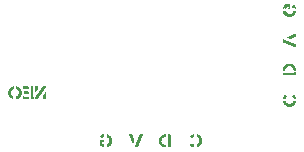
<source format=gbr>
%TF.GenerationSoftware,KiCad,Pcbnew,7.0.8*%
%TF.CreationDate,2024-03-19T09:57:53+01:00*%
%TF.ProjectId,CO2Y-brkout,434f3259-2d62-4726-9b6f-75742e6b6963,rev?*%
%TF.SameCoordinates,Original*%
%TF.FileFunction,Legend,Bot*%
%TF.FilePolarity,Positive*%
%FSLAX46Y46*%
G04 Gerber Fmt 4.6, Leading zero omitted, Abs format (unit mm)*
G04 Created by KiCad (PCBNEW 7.0.8) date 2024-03-19 09:57:53*
%MOMM*%
%LPD*%
G01*
G04 APERTURE LIST*
%ADD10C,0.150000*%
G04 APERTURE END LIST*
D10*
G36*
X142732117Y-83667528D02*
G01*
X142672034Y-83667528D01*
X142661744Y-83669729D01*
X142652067Y-83673161D01*
X142642724Y-83676926D01*
X142641259Y-83677542D01*
X142631874Y-83681489D01*
X142623002Y-83685602D01*
X142616102Y-83690243D01*
X142610512Y-83698289D01*
X142604001Y-83707100D01*
X142600715Y-83711492D01*
X142598729Y-83721234D01*
X142596973Y-83731843D01*
X142595603Y-83741533D01*
X142595097Y-83745442D01*
X142586400Y-83750364D01*
X142578167Y-83756919D01*
X142576779Y-83758143D01*
X142572128Y-83768020D01*
X142567583Y-83777629D01*
X142562430Y-83788490D01*
X142557869Y-83798080D01*
X142552920Y-83808472D01*
X142547581Y-83819665D01*
X142543321Y-83828586D01*
X142541852Y-83831660D01*
X142540590Y-83841667D01*
X142538921Y-83848757D01*
X142532213Y-83856616D01*
X142527930Y-83859992D01*
X142523526Y-83870971D01*
X142519474Y-83881195D01*
X142515772Y-83890663D01*
X142511638Y-83901436D01*
X142508053Y-83911028D01*
X142504475Y-83920980D01*
X142502529Y-83926670D01*
X142502132Y-83937529D01*
X142501159Y-83948475D01*
X142499902Y-83958750D01*
X142498239Y-83970075D01*
X142496617Y-83979890D01*
X142494736Y-83990377D01*
X142494225Y-83993104D01*
X142490676Y-84002363D01*
X142485850Y-84011390D01*
X142480263Y-84019965D01*
X142476151Y-84025588D01*
X142469780Y-84034999D01*
X142463605Y-84044069D01*
X142457659Y-84052707D01*
X142453681Y-84058317D01*
X142452412Y-84068029D01*
X142450255Y-84078204D01*
X142447591Y-84087638D01*
X142445132Y-84094953D01*
X142439254Y-84103292D01*
X142434141Y-84110585D01*
X142433408Y-84120904D01*
X142431897Y-84130968D01*
X142431210Y-84134765D01*
X142426448Y-84144149D01*
X142421196Y-84154594D01*
X142415457Y-84166101D01*
X142410831Y-84175426D01*
X142405931Y-84185349D01*
X142400756Y-84195868D01*
X142395307Y-84206985D01*
X142389582Y-84218698D01*
X142383583Y-84231007D01*
X142379431Y-84239545D01*
X142372790Y-84247216D01*
X142366627Y-84255812D01*
X142361284Y-84264132D01*
X142359891Y-84266412D01*
X142357729Y-84276306D01*
X142355577Y-84286787D01*
X142353259Y-84298264D01*
X142351060Y-84309239D01*
X142348557Y-84321810D01*
X142347191Y-84328694D01*
X142344016Y-84338097D01*
X142339566Y-84347254D01*
X142336933Y-84352141D01*
X142332038Y-84361071D01*
X142328095Y-84370173D01*
X142327651Y-84372658D01*
X142330086Y-84382137D01*
X142331071Y-84383893D01*
X142334477Y-84393138D01*
X142334490Y-84393662D01*
X142333803Y-84404442D01*
X142331742Y-84414431D01*
X142328308Y-84423630D01*
X142322564Y-84433364D01*
X142316153Y-84440851D01*
X142314951Y-84442023D01*
X142312729Y-84452146D01*
X142307929Y-84462050D01*
X142301675Y-84471954D01*
X142294954Y-84481203D01*
X142288591Y-84489256D01*
X142286863Y-84491360D01*
X142284172Y-84502909D01*
X142281119Y-84513365D01*
X142277059Y-84526028D01*
X142273352Y-84536972D01*
X142269079Y-84549157D01*
X142264239Y-84562583D01*
X142260697Y-84572223D01*
X142256904Y-84582415D01*
X142252859Y-84593158D01*
X142248561Y-84604452D01*
X142246318Y-84610306D01*
X142240664Y-84619618D01*
X142234998Y-84628929D01*
X142229320Y-84638241D01*
X142223631Y-84647553D01*
X142217929Y-84656865D01*
X142212215Y-84666176D01*
X142209926Y-84669901D01*
X142204688Y-84679022D01*
X142199966Y-84687790D01*
X142194470Y-84698934D01*
X142189891Y-84709451D01*
X142186227Y-84719343D01*
X142182935Y-84730828D01*
X142181075Y-84741335D01*
X142180617Y-84749036D01*
X142182782Y-84759410D01*
X142186413Y-84768596D01*
X142190921Y-84778070D01*
X142195662Y-84787093D01*
X142198935Y-84793000D01*
X142371127Y-84793000D01*
X142376011Y-84793000D01*
X142385945Y-84793000D01*
X142396478Y-84793000D01*
X142397505Y-84793000D01*
X142409274Y-84792454D01*
X142420036Y-84790817D01*
X142429791Y-84788088D01*
X142440567Y-84783142D01*
X142449769Y-84776491D01*
X142457397Y-84768135D01*
X142463450Y-84758073D01*
X142466568Y-84747185D01*
X142469694Y-84736259D01*
X142472827Y-84725295D01*
X142475968Y-84714292D01*
X142479116Y-84703252D01*
X142482272Y-84692173D01*
X142485436Y-84681056D01*
X142488607Y-84669901D01*
X142495248Y-84662322D01*
X142501411Y-84654222D01*
X142507447Y-84645545D01*
X142508147Y-84644500D01*
X142510105Y-84633881D01*
X142512469Y-84622022D01*
X142514652Y-84611642D01*
X142517094Y-84600467D01*
X142519796Y-84588500D01*
X142522757Y-84575738D01*
X142525149Y-84565646D01*
X142527686Y-84555107D01*
X142533155Y-84546102D01*
X142539030Y-84535725D01*
X142544022Y-84526436D01*
X142549273Y-84516269D01*
X142554784Y-84505225D01*
X142559087Y-84496366D01*
X142563536Y-84487013D01*
X142568132Y-84477166D01*
X142569696Y-84473774D01*
X142576553Y-84466416D01*
X142580931Y-84462539D01*
X142584026Y-84452155D01*
X142587694Y-84440542D01*
X142590820Y-84431026D01*
X142594268Y-84420818D01*
X142598038Y-84409920D01*
X142602131Y-84398330D01*
X142606545Y-84386049D01*
X142611281Y-84373076D01*
X142616339Y-84359413D01*
X142619890Y-84349920D01*
X142621720Y-84345058D01*
X142628154Y-84336763D01*
X142633831Y-84328513D01*
X142639794Y-84319046D01*
X142644770Y-84310597D01*
X142649930Y-84301369D01*
X142655273Y-84291363D01*
X142660799Y-84280578D01*
X142663525Y-84270520D01*
X142665802Y-84260703D01*
X142668353Y-84248691D01*
X142670591Y-84237502D01*
X142673005Y-84224908D01*
X142674930Y-84214541D01*
X142676955Y-84203384D01*
X142677651Y-84199489D01*
X142681803Y-84193872D01*
X142684866Y-84183701D01*
X142688656Y-84172835D01*
X142692193Y-84163185D01*
X142696422Y-84151960D01*
X142700303Y-84141847D01*
X142701343Y-84139161D01*
X142706205Y-84129880D01*
X142711632Y-84119500D01*
X142717623Y-84108020D01*
X142722487Y-84098690D01*
X142727670Y-84088741D01*
X142733169Y-84078173D01*
X142738987Y-84066988D01*
X142745122Y-84055184D01*
X142751575Y-84042762D01*
X142756053Y-84034137D01*
X142756517Y-84024125D01*
X142757429Y-84014010D01*
X142757519Y-84013132D01*
X142762678Y-84004824D01*
X142767658Y-83996214D01*
X142773154Y-83986231D01*
X142778127Y-83976862D01*
X142783458Y-83966539D01*
X142786828Y-83959887D01*
X142791836Y-83951286D01*
X142796291Y-83942146D01*
X142800750Y-83932043D01*
X142804184Y-83922293D01*
X142808478Y-83911478D01*
X142813149Y-83899976D01*
X142817373Y-83889686D01*
X142822216Y-83877971D01*
X142827677Y-83864831D01*
X142831662Y-83855279D01*
X142835921Y-83845093D01*
X142835459Y-83835107D01*
X142836280Y-83824988D01*
X142837142Y-83818471D01*
X142843524Y-83810693D01*
X142848963Y-83801956D01*
X142849842Y-83800397D01*
X142851477Y-83789897D01*
X142853337Y-83779956D01*
X142855460Y-83769622D01*
X142861207Y-83760509D01*
X142866329Y-83751330D01*
X142871466Y-83741483D01*
X142873534Y-83737382D01*
X142874884Y-83727590D01*
X142875000Y-83720529D01*
X142874633Y-83710393D01*
X142873534Y-83702455D01*
X142865490Y-83695943D01*
X142856933Y-83689671D01*
X142847835Y-83683381D01*
X142842759Y-83679985D01*
X142739200Y-83679985D01*
X142735781Y-83673879D01*
X142732117Y-83667528D01*
G37*
G36*
X141909019Y-83667528D02*
G01*
X141899906Y-83671101D01*
X141896563Y-83673879D01*
X141889480Y-83679985D01*
X141771755Y-83679985D01*
X141763046Y-83675310D01*
X141761985Y-83673879D01*
X141754259Y-83667584D01*
X141753436Y-83667528D01*
X141743556Y-83669421D01*
X141737561Y-83671192D01*
X141728024Y-83673810D01*
X141718510Y-83676077D01*
X141713602Y-83684778D01*
X141707851Y-83692747D01*
X141704588Y-83697082D01*
X141703536Y-83706835D01*
X141703192Y-83716795D01*
X141703122Y-83725414D01*
X141703613Y-83735675D01*
X141705267Y-83746145D01*
X141707274Y-83753502D01*
X141710734Y-83762865D01*
X141714001Y-83772421D01*
X141717054Y-83782649D01*
X141718510Y-83788673D01*
X141724188Y-83796718D01*
X141730459Y-83805335D01*
X141736802Y-83813893D01*
X141742770Y-83821851D01*
X141749358Y-83830560D01*
X141750750Y-83832392D01*
X141752138Y-83842245D01*
X141753436Y-83848024D01*
X141757709Y-83858510D01*
X141761566Y-83868042D01*
X141765811Y-83878588D01*
X141770446Y-83890149D01*
X141774178Y-83899487D01*
X141778128Y-83909395D01*
X141782298Y-83919874D01*
X141786687Y-83930925D01*
X141791294Y-83942546D01*
X141796400Y-83950892D01*
X141801949Y-83960421D01*
X141807941Y-83971134D01*
X141812725Y-83979944D01*
X141817758Y-83989420D01*
X141823040Y-83999562D01*
X141828572Y-84010369D01*
X141834352Y-84021842D01*
X141840381Y-84033980D01*
X141844539Y-84042441D01*
X141846111Y-84052331D01*
X141848231Y-84063378D01*
X141850323Y-84073049D01*
X141852765Y-84083460D01*
X141855558Y-84094611D01*
X141858703Y-84106503D01*
X141862199Y-84119134D01*
X141864078Y-84125728D01*
X141868245Y-84135141D01*
X141872684Y-84145061D01*
X141877396Y-84155489D01*
X141882381Y-84166425D01*
X141887639Y-84177868D01*
X141893170Y-84189819D01*
X141898974Y-84202277D01*
X141905050Y-84215243D01*
X141911399Y-84228716D01*
X141918022Y-84242697D01*
X141924917Y-84257186D01*
X141932085Y-84272182D01*
X141939526Y-84287686D01*
X141947239Y-84303697D01*
X141955226Y-84320216D01*
X141963485Y-84337242D01*
X141964129Y-84347367D01*
X141965729Y-84357705D01*
X141966416Y-84361178D01*
X141971247Y-84371036D01*
X141975756Y-84380550D01*
X141979942Y-84389720D01*
X141985024Y-84401413D01*
X141989533Y-84412496D01*
X141993469Y-84422968D01*
X141996833Y-84432829D01*
X142000233Y-84444297D01*
X142001343Y-84448617D01*
X142007070Y-84456764D01*
X142014700Y-84463100D01*
X142023813Y-84465470D01*
X142033938Y-84462840D01*
X142042591Y-84457569D01*
X142047749Y-84453502D01*
X142055377Y-84446427D01*
X142062084Y-84438443D01*
X142064602Y-84433718D01*
X142068103Y-84422927D01*
X142071768Y-84411405D01*
X142075584Y-84399346D01*
X142078962Y-84388643D01*
X142082783Y-84376520D01*
X142087045Y-84362975D01*
X142090133Y-84353156D01*
X142093416Y-84342705D01*
X142095132Y-84337242D01*
X142101156Y-84328281D01*
X142107064Y-84319094D01*
X142112511Y-84310375D01*
X142118436Y-84300690D01*
X142123520Y-84292246D01*
X142128908Y-84283184D01*
X142130303Y-84280822D01*
X142132936Y-84271194D01*
X142136075Y-84261333D01*
X142139634Y-84251032D01*
X142140073Y-84249803D01*
X142145671Y-84241243D01*
X142150868Y-84232272D01*
X142151308Y-84231485D01*
X142154544Y-84222060D01*
X142156985Y-84212378D01*
X142158631Y-84202439D01*
X142159482Y-84192242D01*
X142159612Y-84186300D01*
X142158822Y-84174866D01*
X142156957Y-84163959D01*
X142154675Y-84154333D01*
X142151691Y-84143905D01*
X142148004Y-84132675D01*
X142143615Y-84120644D01*
X142139863Y-84111095D01*
X142137142Y-84104479D01*
X142129764Y-84097656D01*
X142122472Y-84089957D01*
X142119068Y-84086161D01*
X142116759Y-84076128D01*
X142114183Y-84070041D01*
X142109626Y-84060653D01*
X142105037Y-84051628D01*
X142100114Y-84042179D01*
X142098063Y-84038289D01*
X142098039Y-84027551D01*
X142096887Y-84017346D01*
X142095052Y-84007240D01*
X142092865Y-83997703D01*
X142092445Y-83996035D01*
X142084992Y-83985723D01*
X142078020Y-83975183D01*
X142071528Y-83964413D01*
X142065518Y-83953415D01*
X142059988Y-83942187D01*
X142054939Y-83930731D01*
X142050371Y-83919045D01*
X142046284Y-83907131D01*
X142044306Y-83897123D01*
X142042315Y-83887469D01*
X142040291Y-83877892D01*
X142037975Y-83867113D01*
X142036270Y-83859259D01*
X142031640Y-83849913D01*
X142026790Y-83839460D01*
X142021718Y-83827901D01*
X142017769Y-83818505D01*
X142013695Y-83808486D01*
X142009497Y-83797845D01*
X142005174Y-83786582D01*
X142000727Y-83774695D01*
X141996156Y-83762187D01*
X141993039Y-83753502D01*
X141990770Y-83743898D01*
X141987476Y-83734473D01*
X141983157Y-83725227D01*
X141977812Y-83716160D01*
X141971441Y-83707271D01*
X141964044Y-83698562D01*
X141960799Y-83695128D01*
X141952515Y-83687177D01*
X141944303Y-83680574D01*
X141934542Y-83674428D01*
X141924885Y-83670224D01*
X141915331Y-83667960D01*
X141909019Y-83667528D01*
G37*
G36*
X147488740Y-83667528D02*
G01*
X147478877Y-83667709D01*
X147469063Y-83668375D01*
X147459124Y-83669953D01*
X147451615Y-83672658D01*
X147443738Y-83679618D01*
X147437266Y-83687923D01*
X147431770Y-83696074D01*
X147425725Y-83705875D01*
X147425725Y-83773774D01*
X147429389Y-83781590D01*
X147432474Y-83791193D01*
X147432808Y-83795023D01*
X147430878Y-83804674D01*
X147427940Y-83815245D01*
X147425969Y-83821890D01*
X147422871Y-83832087D01*
X147420242Y-83841571D01*
X147418886Y-83848757D01*
X147424504Y-83857305D01*
X147423352Y-83868872D01*
X147424323Y-83879759D01*
X147427416Y-83889967D01*
X147432633Y-83899494D01*
X147439972Y-83908342D01*
X147447372Y-83914931D01*
X147453813Y-83919587D01*
X147467673Y-83924129D01*
X147476843Y-83927778D01*
X147485959Y-83931922D01*
X147495018Y-83936563D01*
X147504023Y-83941700D01*
X147512972Y-83947332D01*
X147521866Y-83953461D01*
X147530705Y-83960087D01*
X147539488Y-83967208D01*
X147548216Y-83974825D01*
X147556888Y-83982939D01*
X147565505Y-83991548D01*
X147574067Y-84000654D01*
X147582574Y-84010256D01*
X147591025Y-84020353D01*
X147595230Y-84025588D01*
X147599901Y-84035633D01*
X147604538Y-84045433D01*
X147608848Y-84054440D01*
X147613564Y-84064209D01*
X147618685Y-84074742D01*
X147623073Y-84083718D01*
X147630527Y-84090510D01*
X147635774Y-84096419D01*
X147636364Y-84106719D01*
X147637831Y-84117122D01*
X147638461Y-84120599D01*
X147641044Y-84130326D01*
X147643068Y-84140319D01*
X147645030Y-84151439D01*
X147645544Y-84154549D01*
X147651161Y-84160166D01*
X147651161Y-84274960D01*
X147645544Y-84279113D01*
X147644803Y-84289382D01*
X147643685Y-84301221D01*
X147642351Y-84311951D01*
X147640468Y-84323362D01*
X147638276Y-84333177D01*
X147635774Y-84341394D01*
X147627987Y-84347964D01*
X147623073Y-84352630D01*
X147620148Y-84361988D01*
X147616288Y-84372538D01*
X147612235Y-84382530D01*
X147608333Y-84391526D01*
X147603954Y-84401130D01*
X147602069Y-84405142D01*
X147594939Y-84414055D01*
X147588459Y-84422925D01*
X147581491Y-84433108D01*
X147575564Y-84442198D01*
X147569325Y-84452128D01*
X147562772Y-84462898D01*
X147557652Y-84471526D01*
X147555907Y-84474507D01*
X147546576Y-84480515D01*
X147537278Y-84485744D01*
X147526598Y-84491176D01*
X147517057Y-84495668D01*
X147506631Y-84500290D01*
X147495319Y-84505041D01*
X147486255Y-84508690D01*
X147483122Y-84509922D01*
X147475337Y-84517005D01*
X147467369Y-84524088D01*
X147459217Y-84531171D01*
X147450882Y-84538254D01*
X147443840Y-84546409D01*
X147438527Y-84554844D01*
X147434573Y-84564827D01*
X147432879Y-84575177D01*
X147432808Y-84577822D01*
X147432808Y-84592480D01*
X147432808Y-84602307D01*
X147432808Y-84612178D01*
X147432808Y-84622092D01*
X147432808Y-84632051D01*
X147432808Y-84642053D01*
X147432808Y-84652100D01*
X147432808Y-84662190D01*
X147432808Y-84672324D01*
X147432808Y-84682502D01*
X147432808Y-84692724D01*
X147432808Y-84702990D01*
X147432808Y-84713300D01*
X147432808Y-84723653D01*
X147432808Y-84734051D01*
X147432808Y-84739266D01*
X147435307Y-84749553D01*
X147437194Y-84760145D01*
X147438426Y-84767598D01*
X147445943Y-84774507D01*
X147452923Y-84781952D01*
X147453813Y-84782986D01*
X147462442Y-84787794D01*
X147464316Y-84788847D01*
X147473412Y-84792509D01*
X147477505Y-84793000D01*
X147484588Y-84785916D01*
X147495029Y-84785184D01*
X147505665Y-84783672D01*
X147509745Y-84782986D01*
X147517042Y-84774803D01*
X147524979Y-84768045D01*
X147534366Y-84761660D01*
X147543565Y-84756485D01*
X147550289Y-84753188D01*
X147560982Y-84748142D01*
X147570315Y-84743537D01*
X147579720Y-84738594D01*
X147588219Y-84733631D01*
X147595230Y-84728519D01*
X147603244Y-84721352D01*
X147611599Y-84714264D01*
X147619486Y-84707736D01*
X147624539Y-84703607D01*
X147634806Y-84699184D01*
X147643956Y-84694994D01*
X147653937Y-84690224D01*
X147664751Y-84684873D01*
X147676396Y-84678943D01*
X147685676Y-84674114D01*
X147695424Y-84668959D01*
X147705640Y-84663478D01*
X147712711Y-84659643D01*
X147719445Y-84650955D01*
X147725490Y-84641887D01*
X147731945Y-84631891D01*
X147738036Y-84622297D01*
X147744951Y-84611283D01*
X147752583Y-84605177D01*
X147760998Y-84598445D01*
X147764490Y-84595651D01*
X147767241Y-84586091D01*
X147767421Y-84585637D01*
X147774213Y-84576407D01*
X147780634Y-84567820D01*
X147787932Y-84558165D01*
X147793982Y-84550222D01*
X147800526Y-84541678D01*
X147807564Y-84532534D01*
X147815095Y-84522788D01*
X147823120Y-84512441D01*
X147831638Y-84501493D01*
X147834588Y-84497710D01*
X147840755Y-84489833D01*
X147846556Y-84480369D01*
X147851331Y-84470785D01*
X147855201Y-84461603D01*
X147857058Y-84456677D01*
X147858215Y-84446669D01*
X147859745Y-84439580D01*
X147865813Y-84430902D01*
X147872024Y-84421886D01*
X147877748Y-84413505D01*
X147879284Y-84411248D01*
X147880628Y-84401356D01*
X147882805Y-84391699D01*
X147885917Y-84381107D01*
X147889329Y-84371284D01*
X147891985Y-84364353D01*
X147891985Y-84291813D01*
X147893450Y-84287661D01*
X147899068Y-84290348D01*
X147899068Y-84143314D01*
X147896137Y-84139161D01*
X147891985Y-84139161D01*
X147891985Y-84066377D01*
X147889298Y-84062225D01*
X147884902Y-84062225D01*
X147884276Y-84051218D01*
X147883161Y-84041250D01*
X147881177Y-84030657D01*
X147877973Y-84020186D01*
X147873138Y-84010710D01*
X147872445Y-84009713D01*
X147867496Y-84000657D01*
X147861806Y-83990585D01*
X147855375Y-83979499D01*
X147850066Y-83970518D01*
X147844341Y-83960966D01*
X147838200Y-83950843D01*
X147831642Y-83940149D01*
X147824667Y-83928884D01*
X147817276Y-83917048D01*
X147812117Y-83908840D01*
X147804418Y-83901696D01*
X147797135Y-83894068D01*
X147792578Y-83889057D01*
X147790159Y-83879159D01*
X147786960Y-83871960D01*
X147779063Y-83865438D01*
X147770778Y-83858149D01*
X147762551Y-83850619D01*
X147754775Y-83843309D01*
X147752034Y-83840697D01*
X147750568Y-83830683D01*
X147741871Y-83825444D01*
X147732948Y-83819887D01*
X147732250Y-83819448D01*
X147724782Y-83810730D01*
X147717208Y-83802310D01*
X147710071Y-83794623D01*
X147702182Y-83786329D01*
X147695330Y-83779255D01*
X147687997Y-83771793D01*
X147686088Y-83769866D01*
X147676296Y-83767342D01*
X147669235Y-83764004D01*
X147661335Y-83756803D01*
X147652702Y-83750054D01*
X147644197Y-83744023D01*
X147634499Y-83737623D01*
X147625881Y-83732236D01*
X147616501Y-83726613D01*
X147614036Y-83725170D01*
X147604442Y-83719384D01*
X147595566Y-83713751D01*
X147587406Y-83708271D01*
X147578216Y-83701636D01*
X147570147Y-83695239D01*
X147561944Y-83687877D01*
X147557372Y-83683160D01*
X147547203Y-83681891D01*
X147537305Y-83679734D01*
X147527677Y-83676688D01*
X147522445Y-83674612D01*
X147512966Y-83671188D01*
X147502433Y-83668697D01*
X147491900Y-83667591D01*
X147488740Y-83667528D01*
G37*
G36*
X147148510Y-83667528D02*
G01*
X147137857Y-83668363D01*
X147128066Y-83670542D01*
X147118082Y-83674073D01*
X147113583Y-83676077D01*
X147105459Y-83682574D01*
X147096047Y-83689548D01*
X147087590Y-83695471D01*
X147078309Y-83701700D01*
X147068203Y-83708233D01*
X147057273Y-83715072D01*
X147048535Y-83720401D01*
X147039333Y-83725903D01*
X147029793Y-83728298D01*
X147019718Y-83731427D01*
X147009509Y-83735019D01*
X147007093Y-83735916D01*
X147000453Y-83743244D01*
X146998056Y-83747152D01*
X146992486Y-83755321D01*
X146990240Y-83757166D01*
X146980440Y-83760325D01*
X146971287Y-83763958D01*
X146961853Y-83768094D01*
X146958000Y-83769866D01*
X146951137Y-83777761D01*
X146943804Y-83785723D01*
X146937032Y-83792851D01*
X146931622Y-83798443D01*
X146923287Y-83804167D01*
X146915136Y-83809861D01*
X146907167Y-83815524D01*
X146899382Y-83821157D01*
X146891290Y-83828505D01*
X146883390Y-83836771D01*
X146876670Y-83845655D01*
X146872281Y-83854806D01*
X146871294Y-83860969D01*
X146873168Y-83871590D01*
X146877217Y-83881241D01*
X146882492Y-83890480D01*
X146888160Y-83898862D01*
X146894986Y-83907863D01*
X146902020Y-83916577D01*
X146909229Y-83924847D01*
X146916280Y-83931998D01*
X146921608Y-83936440D01*
X146930905Y-83943481D01*
X146940598Y-83951049D01*
X146950688Y-83959143D01*
X146958516Y-83965559D01*
X146966568Y-83972272D01*
X146974842Y-83979281D01*
X146983340Y-83986586D01*
X146992062Y-83994187D01*
X147001006Y-84002085D01*
X147007093Y-84007515D01*
X147017376Y-84008658D01*
X147027955Y-84008967D01*
X147031029Y-84008980D01*
X147041805Y-84007658D01*
X147052152Y-84003691D01*
X147060446Y-83998364D01*
X147068443Y-83991202D01*
X147076141Y-83982202D01*
X147082085Y-83973681D01*
X147083541Y-83971367D01*
X147089426Y-83962429D01*
X147095601Y-83954544D01*
X147103727Y-83946170D01*
X147112306Y-83939441D01*
X147121339Y-83934359D01*
X147130825Y-83930921D01*
X147138740Y-83929357D01*
X147147267Y-83923598D01*
X147155561Y-83917490D01*
X147164766Y-83910300D01*
X147173132Y-83903482D01*
X147182130Y-83895913D01*
X147187833Y-83891011D01*
X147189665Y-83880936D01*
X147191632Y-83870821D01*
X147192718Y-83865365D01*
X147194521Y-83855147D01*
X147195973Y-83845008D01*
X147196137Y-83842406D01*
X147196137Y-83832283D01*
X147196137Y-83821910D01*
X147196137Y-83815540D01*
X147189298Y-83812609D01*
X147189298Y-83728589D01*
X147192718Y-83722972D01*
X147196137Y-83715889D01*
X147193192Y-83705811D01*
X147189298Y-83696838D01*
X147185092Y-83687552D01*
X147181345Y-83678065D01*
X147180750Y-83676077D01*
X147171407Y-83672337D01*
X147161919Y-83669407D01*
X147151792Y-83667662D01*
X147148510Y-83667528D01*
G37*
G36*
X147031029Y-84448617D02*
G01*
X147020023Y-84449502D01*
X147009474Y-84452159D01*
X146999384Y-84456586D01*
X146990931Y-84461912D01*
X146989752Y-84462783D01*
X146981394Y-84468874D01*
X146972989Y-84474965D01*
X146964537Y-84481056D01*
X146956039Y-84487146D01*
X146951161Y-84490627D01*
X146943139Y-84497632D01*
X146934031Y-84505520D01*
X146925963Y-84512466D01*
X146917201Y-84519976D01*
X146907744Y-84528051D01*
X146900196Y-84534478D01*
X146892257Y-84541223D01*
X146883927Y-84548286D01*
X146881064Y-84550711D01*
X146874860Y-84559339D01*
X146870124Y-84568372D01*
X146866409Y-84576112D01*
X146861814Y-84586095D01*
X146857917Y-84595397D01*
X146855907Y-84602490D01*
X146859055Y-84612336D01*
X146865006Y-84621499D01*
X146871145Y-84629189D01*
X146878859Y-84637833D01*
X146886163Y-84645435D01*
X146888147Y-84647431D01*
X146897916Y-84648896D01*
X146903130Y-84657559D01*
X146909450Y-84665436D01*
X146914769Y-84669901D01*
X146925007Y-84672585D01*
X146934555Y-84675589D01*
X146944363Y-84678943D01*
X146953848Y-84682357D01*
X146961655Y-84690128D01*
X146970059Y-84697421D01*
X146978269Y-84703944D01*
X146987576Y-84710873D01*
X146995811Y-84716708D01*
X147004749Y-84722803D01*
X147007093Y-84724367D01*
X147016420Y-84727983D01*
X147025900Y-84730769D01*
X147036402Y-84733441D01*
X147039333Y-84734137D01*
X147045384Y-84742141D01*
X147050568Y-84746838D01*
X147059461Y-84752556D01*
X147068371Y-84758172D01*
X147077299Y-84763685D01*
X147086243Y-84769094D01*
X147095205Y-84774401D01*
X147098196Y-84776147D01*
X147106801Y-84781002D01*
X147116876Y-84785742D01*
X147126677Y-84789297D01*
X147136202Y-84791666D01*
X147146968Y-84792934D01*
X147149975Y-84793000D01*
X147161190Y-84792193D01*
X147171540Y-84789774D01*
X147181025Y-84785742D01*
X147189645Y-84780097D01*
X147194183Y-84776147D01*
X147200940Y-84768517D01*
X147206630Y-84759167D01*
X147210153Y-84749145D01*
X147211507Y-84738452D01*
X147211524Y-84737068D01*
X147209360Y-84727322D01*
X147205106Y-84718073D01*
X147204685Y-84717284D01*
X147204685Y-84643034D01*
X147201755Y-84638882D01*
X147197602Y-84638882D01*
X147196417Y-84628750D01*
X147196138Y-84618741D01*
X147196137Y-84617877D01*
X147197687Y-84608021D01*
X147200263Y-84598512D01*
X147200533Y-84597605D01*
X147203064Y-84588091D01*
X147204685Y-84578799D01*
X147203624Y-84568152D01*
X147200440Y-84558043D01*
X147195133Y-84548470D01*
X147187703Y-84539433D01*
X147180231Y-84532591D01*
X147171400Y-84526092D01*
X147161210Y-84519936D01*
X147152158Y-84515769D01*
X147143075Y-84511571D01*
X147133962Y-84507342D01*
X147124818Y-84503083D01*
X147114979Y-84498064D01*
X147106192Y-84492625D01*
X147097437Y-84485893D01*
X147090056Y-84478611D01*
X147088426Y-84476705D01*
X147079728Y-84470805D01*
X147072852Y-84462360D01*
X147070108Y-84458387D01*
X147060622Y-84455067D01*
X147050815Y-84452061D01*
X147041266Y-84449772D01*
X147031029Y-84448617D01*
G37*
G36*
X145191524Y-83667528D02*
G01*
X145035941Y-83667528D01*
X145025671Y-83669692D01*
X145016559Y-83675478D01*
X145009318Y-83682916D01*
X145002623Y-83690765D01*
X144996007Y-83698486D01*
X144989779Y-83705630D01*
X144989779Y-83785742D01*
X144993443Y-83788673D01*
X144996862Y-83791360D01*
X144996862Y-83870250D01*
X144993443Y-83878554D01*
X144989779Y-83887103D01*
X144993443Y-83895651D01*
X144996862Y-83903956D01*
X144996862Y-84691883D01*
X144991244Y-84696035D01*
X144990059Y-84706245D01*
X144989780Y-84716406D01*
X144989779Y-84717284D01*
X144991357Y-84727362D01*
X144993443Y-84736335D01*
X144995698Y-84746261D01*
X144997744Y-84756184D01*
X144998083Y-84758073D01*
X145002820Y-84766675D01*
X145012115Y-84773033D01*
X145021545Y-84776200D01*
X145033300Y-84778223D01*
X145044379Y-84779017D01*
X145056946Y-84779078D01*
X145206667Y-84774926D01*
X145212736Y-84766786D01*
X145218712Y-84758703D01*
X145224463Y-84750784D01*
X145228404Y-84744884D01*
X145229016Y-84735127D01*
X145229131Y-84724250D01*
X145229137Y-84720215D01*
X145229021Y-84709881D01*
X145228620Y-84699940D01*
X145227762Y-84690151D01*
X145227672Y-84689441D01*
X145222298Y-84686754D01*
X145222298Y-83831171D01*
X145219367Y-83827019D01*
X145216681Y-83827019D01*
X145215581Y-83817188D01*
X145215238Y-83806529D01*
X145215215Y-83802351D01*
X145216249Y-83791958D01*
X145217634Y-83781824D01*
X145218879Y-83773286D01*
X145220211Y-83763475D01*
X145221443Y-83753746D01*
X145222298Y-83744465D01*
X145221817Y-83732470D01*
X145220375Y-83721155D01*
X145217970Y-83710519D01*
X145214605Y-83700562D01*
X145210277Y-83691285D01*
X145204987Y-83682687D01*
X145198736Y-83674768D01*
X145191524Y-83667528D01*
G37*
G36*
X144803666Y-83679985D02*
G01*
X144740651Y-83679985D01*
X144730500Y-83682465D01*
X144720687Y-83685944D01*
X144719646Y-83686335D01*
X144710067Y-83689803D01*
X144700468Y-83692814D01*
X144695711Y-83693907D01*
X144685620Y-83694991D01*
X144675063Y-83696515D01*
X144664731Y-83698249D01*
X144653213Y-83700379D01*
X144642710Y-83702455D01*
X144634547Y-83709096D01*
X144626125Y-83714617D01*
X144616985Y-83719914D01*
X144613157Y-83721995D01*
X144602728Y-83723578D01*
X144591957Y-83726146D01*
X144581279Y-83729336D01*
X144574078Y-83731764D01*
X144563526Y-83737371D01*
X144554397Y-83742345D01*
X144544658Y-83747755D01*
X144534308Y-83753599D01*
X144523348Y-83759879D01*
X144514727Y-83764875D01*
X144505762Y-83770115D01*
X144496454Y-83775599D01*
X144490058Y-83779392D01*
X144479753Y-83786192D01*
X144469814Y-83792944D01*
X144460239Y-83799650D01*
X144451029Y-83806308D01*
X144442184Y-83812919D01*
X144433704Y-83819483D01*
X144425589Y-83825999D01*
X144417839Y-83832469D01*
X144410453Y-83838891D01*
X144401174Y-83847380D01*
X144398956Y-83849489D01*
X144391445Y-83856596D01*
X144383719Y-83864788D01*
X144375779Y-83874065D01*
X144369272Y-83882268D01*
X144362628Y-83891166D01*
X144355846Y-83900758D01*
X144348927Y-83911045D01*
X144347176Y-83913725D01*
X144339619Y-83925049D01*
X144332702Y-83935389D01*
X144326424Y-83944747D01*
X144320786Y-83953121D01*
X144314264Y-83962757D01*
X144307711Y-83972344D01*
X144301522Y-83981178D01*
X144299549Y-83983823D01*
X144293396Y-83992493D01*
X144288066Y-84000949D01*
X144282757Y-84010812D01*
X144278633Y-84020366D01*
X144275318Y-84031122D01*
X144274392Y-84035602D01*
X144270665Y-84054167D01*
X144267179Y-84072063D01*
X144263933Y-84089292D01*
X144260928Y-84105853D01*
X144258163Y-84121746D01*
X144255638Y-84136971D01*
X144253354Y-84151528D01*
X144251311Y-84165418D01*
X144249508Y-84178639D01*
X144247945Y-84191193D01*
X144246622Y-84203079D01*
X144245540Y-84214297D01*
X144244699Y-84224847D01*
X144244098Y-84234729D01*
X144243647Y-84248300D01*
X144243617Y-84252490D01*
X144244098Y-84262607D01*
X144245090Y-84272895D01*
X144246622Y-84285496D01*
X144247945Y-84295183D01*
X144249508Y-84305898D01*
X144251311Y-84317642D01*
X144253354Y-84330414D01*
X144255638Y-84344215D01*
X144258163Y-84359044D01*
X144260928Y-84374902D01*
X144263933Y-84391788D01*
X144267179Y-84409702D01*
X144270665Y-84428645D01*
X144272498Y-84438503D01*
X144274392Y-84448617D01*
X144278026Y-84458477D01*
X144283073Y-84466975D01*
X144289092Y-84475636D01*
X144295302Y-84483825D01*
X144299549Y-84489161D01*
X144307370Y-84496253D01*
X144314606Y-84503772D01*
X144319088Y-84508701D01*
X144321012Y-84518493D01*
X144322019Y-84525554D01*
X144329229Y-84533711D01*
X144336358Y-84542507D01*
X144342746Y-84550687D01*
X144348752Y-84558541D01*
X144351328Y-84561946D01*
X144357556Y-84569685D01*
X144364008Y-84578736D01*
X144370282Y-84588187D01*
X144376035Y-84597257D01*
X144382265Y-84607412D01*
X144383568Y-84609573D01*
X144391403Y-84616599D01*
X144400253Y-84624365D01*
X144410118Y-84632872D01*
X144418183Y-84639737D01*
X144426819Y-84647020D01*
X144436026Y-84654718D01*
X144445804Y-84662833D01*
X144456153Y-84671365D01*
X144467074Y-84680313D01*
X144474671Y-84686510D01*
X144484292Y-84691845D01*
X144494958Y-84697959D01*
X144503644Y-84703055D01*
X144512919Y-84708589D01*
X144522781Y-84714561D01*
X144533232Y-84720971D01*
X144544271Y-84727819D01*
X144555898Y-84735104D01*
X144568113Y-84742828D01*
X144576583Y-84748221D01*
X144580916Y-84750990D01*
X144591041Y-84754903D01*
X144601208Y-84758704D01*
X144610729Y-84762187D01*
X144621205Y-84765955D01*
X144632635Y-84770010D01*
X144642466Y-84773460D01*
X144653541Y-84774646D01*
X144665702Y-84776523D01*
X144676212Y-84778522D01*
X144687417Y-84780965D01*
X144699316Y-84783850D01*
X144711910Y-84787178D01*
X144721811Y-84789964D01*
X144732103Y-84793000D01*
X144810505Y-84793000D01*
X144817217Y-84785493D01*
X144823212Y-84777758D01*
X144827357Y-84771995D01*
X144832080Y-84762830D01*
X144834981Y-84752446D01*
X144836517Y-84741632D01*
X144837089Y-84731079D01*
X144837127Y-84727298D01*
X144835663Y-84716997D01*
X144833478Y-84706390D01*
X144832975Y-84704095D01*
X144830785Y-84693748D01*
X144829082Y-84683991D01*
X144828823Y-84680892D01*
X144830445Y-84670836D01*
X144832975Y-84661597D01*
X144835663Y-84651498D01*
X144837127Y-84641813D01*
X144835372Y-84630807D01*
X144831751Y-84620929D01*
X144827225Y-84611636D01*
X144821328Y-84601376D01*
X144815622Y-84592472D01*
X144809039Y-84582951D01*
X144796533Y-84581737D01*
X144786287Y-84580596D01*
X144775298Y-84579258D01*
X144763567Y-84577723D01*
X144751093Y-84575990D01*
X144737876Y-84574059D01*
X144723916Y-84571931D01*
X144714197Y-84570403D01*
X144704147Y-84568786D01*
X144693768Y-84567082D01*
X144683059Y-84565291D01*
X144672019Y-84563411D01*
X144662219Y-84559084D01*
X144653065Y-84553043D01*
X144644878Y-84546688D01*
X144639779Y-84542406D01*
X144631556Y-84535498D01*
X144623153Y-84528514D01*
X144615367Y-84522168D01*
X144607525Y-84516115D01*
X144606318Y-84515295D01*
X144598561Y-84508712D01*
X144589831Y-84500641D01*
X144582313Y-84493543D01*
X144573437Y-84485070D01*
X144565887Y-84477815D01*
X144557574Y-84469786D01*
X144551607Y-84464004D01*
X144542179Y-84458213D01*
X144533778Y-84452159D01*
X144525832Y-84445890D01*
X144517200Y-84438626D01*
X144511063Y-84433230D01*
X144507155Y-84423704D01*
X144503335Y-84414322D01*
X144501293Y-84409294D01*
X144493346Y-84403070D01*
X144485790Y-84395651D01*
X144481754Y-84391220D01*
X144478145Y-84379613D01*
X144474739Y-84368422D01*
X144471534Y-84357648D01*
X144468530Y-84347291D01*
X144465729Y-84337349D01*
X144463129Y-84327825D01*
X144459977Y-84315773D01*
X144457184Y-84304461D01*
X144454749Y-84293890D01*
X144453666Y-84288882D01*
X144448048Y-84286196D01*
X144448048Y-84205107D01*
X144453666Y-84202176D01*
X144454819Y-84191874D01*
X144456628Y-84181302D01*
X144458788Y-84171677D01*
X144460749Y-84164318D01*
X144461417Y-84154234D01*
X144462913Y-84144174D01*
X144464923Y-84133919D01*
X144467167Y-84124050D01*
X144467588Y-84122309D01*
X144472181Y-84113508D01*
X144479235Y-84100737D01*
X144486486Y-84088481D01*
X144493935Y-84076740D01*
X144501581Y-84065515D01*
X144509425Y-84054804D01*
X144517467Y-84044609D01*
X144525706Y-84034929D01*
X144534142Y-84025764D01*
X144542776Y-84017114D01*
X144551607Y-84008980D01*
X144558736Y-84001225D01*
X144566251Y-83993138D01*
X144573641Y-83985238D01*
X144580469Y-83977973D01*
X144587905Y-83970087D01*
X144589465Y-83968436D01*
X144599257Y-83965355D01*
X144606318Y-83962818D01*
X144613955Y-83956468D01*
X144622976Y-83949628D01*
X144631189Y-83943804D01*
X144640287Y-83937668D01*
X144650270Y-83931218D01*
X144661139Y-83924456D01*
X144669871Y-83919178D01*
X144679102Y-83913725D01*
X144688902Y-83913347D01*
X144699168Y-83912455D01*
X144710039Y-83911204D01*
X144711342Y-83911039D01*
X144779730Y-83896872D01*
X144789614Y-83893842D01*
X144798849Y-83889034D01*
X144807365Y-83883034D01*
X144809284Y-83881485D01*
X144816514Y-83874645D01*
X144822087Y-83865848D01*
X144826742Y-83856708D01*
X144828823Y-83852176D01*
X144828823Y-83841967D01*
X144828823Y-83831471D01*
X144828823Y-83824088D01*
X144827350Y-83814115D01*
X144825404Y-83805281D01*
X144823171Y-83795561D01*
X144821754Y-83785747D01*
X144821740Y-83785009D01*
X144823472Y-83775375D01*
X144825404Y-83768401D01*
X144827741Y-83758877D01*
X144828823Y-83751304D01*
X144827619Y-83740294D01*
X144824671Y-83728811D01*
X144820863Y-83717799D01*
X144816932Y-83708044D01*
X144812215Y-83697450D01*
X144806712Y-83686016D01*
X144803666Y-83679985D01*
G37*
G36*
X139842362Y-83667528D02*
G01*
X139831989Y-83667735D01*
X139821792Y-83668650D01*
X139819891Y-83668994D01*
X139813481Y-83676548D01*
X139806548Y-83683789D01*
X139804504Y-83685847D01*
X139804504Y-83770110D01*
X139807923Y-83773041D01*
X139811343Y-83775972D01*
X139807923Y-83780124D01*
X139804504Y-83782811D01*
X139804504Y-83872937D01*
X139807664Y-83882886D01*
X139812426Y-83891957D01*
X139818219Y-83901648D01*
X139824253Y-83911076D01*
X139826974Y-83915191D01*
X139836062Y-83921297D01*
X139845063Y-83925571D01*
X139854508Y-83929235D01*
X139865551Y-83932898D01*
X139871671Y-83934730D01*
X139879092Y-83941958D01*
X139886386Y-83948835D01*
X139893699Y-83955604D01*
X139901991Y-83963181D01*
X139908063Y-83968680D01*
X139918275Y-83968817D01*
X139923450Y-83969901D01*
X139932905Y-83976970D01*
X139941120Y-83983215D01*
X139949340Y-83989624D01*
X139957522Y-83996325D01*
X139962529Y-84000920D01*
X139969994Y-84008131D01*
X139976360Y-84016301D01*
X139981628Y-84025428D01*
X139985797Y-84035515D01*
X139987686Y-84041709D01*
X139995169Y-84048698D01*
X139998921Y-84052944D01*
X140001398Y-84063176D01*
X140004112Y-84073781D01*
X140006649Y-84083418D01*
X140008691Y-84091046D01*
X140013449Y-84102114D01*
X140017739Y-84112149D01*
X140021560Y-84121148D01*
X140025928Y-84131538D01*
X140030218Y-84141939D01*
X140034040Y-84151671D01*
X140035314Y-84155770D01*
X140035314Y-84290836D01*
X140031759Y-84300711D01*
X140026712Y-84309269D01*
X140024078Y-84313307D01*
X140019155Y-84321900D01*
X140014370Y-84331197D01*
X140010695Y-84340528D01*
X140010157Y-84342860D01*
X140008640Y-84352604D01*
X140007271Y-84362598D01*
X140006004Y-84372413D01*
X140000477Y-84380871D01*
X139994114Y-84389667D01*
X139988095Y-84397838D01*
X139980847Y-84407584D01*
X139974616Y-84415863D01*
X139967371Y-84424977D01*
X139960845Y-84432869D01*
X139953671Y-84441296D01*
X139945847Y-84450256D01*
X139937375Y-84459751D01*
X139930595Y-84467223D01*
X139923450Y-84474995D01*
X139914439Y-84479055D01*
X139904494Y-84483647D01*
X139895556Y-84487832D01*
X139887058Y-84491848D01*
X139880069Y-84499430D01*
X139875823Y-84503083D01*
X139865259Y-84507065D01*
X139854480Y-84512753D01*
X139845703Y-84518531D01*
X139836788Y-84525400D01*
X139827736Y-84533361D01*
X139818546Y-84542413D01*
X139811564Y-84549918D01*
X139804504Y-84558038D01*
X139804504Y-84628380D01*
X139807923Y-84631311D01*
X139811343Y-84633997D01*
X139811343Y-84709957D01*
X139805969Y-84712888D01*
X139804647Y-84722638D01*
X139804504Y-84729741D01*
X139805935Y-84739701D01*
X139808168Y-84750257D01*
X139810259Y-84760243D01*
X139812273Y-84770325D01*
X139812808Y-84773216D01*
X139821632Y-84779410D01*
X139831364Y-84783683D01*
X139842255Y-84787550D01*
X139853128Y-84790917D01*
X139860436Y-84793000D01*
X139868984Y-84790313D01*
X139875823Y-84787382D01*
X139885841Y-84786447D01*
X139895622Y-84784985D01*
X139907516Y-84782418D01*
X139919040Y-84779027D01*
X139930194Y-84774814D01*
X139940979Y-84769777D01*
X139949340Y-84765156D01*
X139959555Y-84758944D01*
X139969590Y-84752672D01*
X139979447Y-84746340D01*
X139989125Y-84739949D01*
X139998624Y-84733498D01*
X140007944Y-84726988D01*
X140011622Y-84724367D01*
X140019301Y-84716527D01*
X140027389Y-84709062D01*
X140035192Y-84702317D01*
X140043961Y-84695094D01*
X140051672Y-84688973D01*
X140060001Y-84682546D01*
X140062180Y-84680892D01*
X140071003Y-84676340D01*
X140079640Y-84671416D01*
X140088092Y-84666120D01*
X140096359Y-84660452D01*
X140104441Y-84654412D01*
X140112338Y-84647999D01*
X140120050Y-84641215D01*
X140127576Y-84634058D01*
X140134918Y-84626530D01*
X140142074Y-84618629D01*
X140149046Y-84610356D01*
X140155832Y-84601712D01*
X140162433Y-84592695D01*
X140168849Y-84583306D01*
X140175081Y-84573544D01*
X140181127Y-84563411D01*
X140185280Y-84553456D01*
X140189488Y-84543665D01*
X140194377Y-84532515D01*
X140198777Y-84522615D01*
X140203612Y-84511845D01*
X140208882Y-84500206D01*
X140213121Y-84490905D01*
X140214588Y-84487696D01*
X140220587Y-84479785D01*
X140225988Y-84471642D01*
X140231438Y-84462815D01*
X140233639Y-84459120D01*
X140237803Y-84449857D01*
X140241856Y-84438230D01*
X140245317Y-84427051D01*
X140249138Y-84413764D01*
X140251885Y-84403735D01*
X140254793Y-84392769D01*
X140257862Y-84380866D01*
X140261090Y-84368026D01*
X140264479Y-84354249D01*
X140268028Y-84339535D01*
X140271738Y-84323885D01*
X140275607Y-84307297D01*
X140277602Y-84298652D01*
X140283220Y-84295965D01*
X140283220Y-84178240D01*
X140281755Y-84174088D01*
X140277602Y-84174088D01*
X140277866Y-84163549D01*
X140276807Y-84153521D01*
X140274916Y-84143069D01*
X140270601Y-84133953D01*
X140266556Y-84124495D01*
X140263681Y-84117424D01*
X140262047Y-84107654D01*
X140260343Y-84096902D01*
X140258677Y-84086048D01*
X140257144Y-84075849D01*
X140255481Y-84064601D01*
X140255132Y-84062225D01*
X140251216Y-84052641D01*
X140247499Y-84042604D01*
X140243820Y-84032094D01*
X140240351Y-84021802D01*
X140239745Y-84019971D01*
X140234158Y-84010186D01*
X140229046Y-84001224D01*
X140224182Y-83992694D01*
X140218770Y-83983197D01*
X140212810Y-83972734D01*
X140208970Y-83965993D01*
X140202536Y-83958529D01*
X140196859Y-83950419D01*
X140191505Y-83941652D01*
X140190896Y-83940592D01*
X140188148Y-83930551D01*
X140185366Y-83920902D01*
X140182374Y-83910800D01*
X140181127Y-83906642D01*
X140173234Y-83900072D01*
X140168426Y-83895407D01*
X140165388Y-83885407D01*
X140161046Y-83875550D01*
X140157923Y-83869273D01*
X140152535Y-83860511D01*
X140145406Y-83852054D01*
X140137741Y-83844905D01*
X140128743Y-83837989D01*
X140125928Y-83836056D01*
X140116368Y-83829550D01*
X140107089Y-83823145D01*
X140098808Y-83817376D01*
X140089763Y-83811036D01*
X140079956Y-83804122D01*
X140069384Y-83796637D01*
X140060955Y-83790647D01*
X140055097Y-83786475D01*
X140046988Y-83778888D01*
X140038865Y-83771194D01*
X140031269Y-83763943D01*
X140022922Y-83755929D01*
X140015704Y-83748968D01*
X140008004Y-83741519D01*
X140006004Y-83739580D01*
X139997349Y-83734878D01*
X139988198Y-83729863D01*
X139979182Y-83724894D01*
X139969084Y-83719307D01*
X139959842Y-83714179D01*
X139950050Y-83713548D01*
X139942990Y-83712713D01*
X139937044Y-83704709D01*
X139931999Y-83700013D01*
X139918843Y-83694207D01*
X139906671Y-83688973D01*
X139895482Y-83684310D01*
X139885276Y-83680218D01*
X139876053Y-83676696D01*
X139865285Y-83672890D01*
X139854284Y-83669559D01*
X139844687Y-83667655D01*
X139842362Y-83667528D01*
G37*
G36*
X139524357Y-83667528D02*
G01*
X139512508Y-83668500D01*
X139502341Y-83670678D01*
X139491564Y-83674099D01*
X139480176Y-83678764D01*
X139471235Y-83683080D01*
X139461950Y-83688095D01*
X139452321Y-83693810D01*
X139442349Y-83700225D01*
X139432034Y-83707340D01*
X139423915Y-83713231D01*
X139415839Y-83718735D01*
X139407621Y-83724126D01*
X139398328Y-83730055D01*
X139388620Y-83734024D01*
X139379495Y-83738363D01*
X139376102Y-83740069D01*
X139367923Y-83747655D01*
X139359628Y-83755349D01*
X139351810Y-83762600D01*
X139343170Y-83770614D01*
X139335665Y-83777575D01*
X139327634Y-83785025D01*
X139325544Y-83786963D01*
X139315506Y-83791001D01*
X139306737Y-83796306D01*
X139298551Y-83802359D01*
X139289747Y-83809804D01*
X139283534Y-83815540D01*
X139279520Y-83825633D01*
X139276819Y-83835031D01*
X139275303Y-83845573D01*
X139275230Y-83848268D01*
X139275917Y-83858798D01*
X139278455Y-83869456D01*
X139282862Y-83878360D01*
X139290190Y-83886389D01*
X139294769Y-83889545D01*
X139304112Y-83893148D01*
X139313155Y-83898104D01*
X139317972Y-83901025D01*
X139326429Y-83907085D01*
X139334480Y-83914316D01*
X139341865Y-83921947D01*
X139348360Y-83929316D01*
X139355164Y-83937603D01*
X139356563Y-83939371D01*
X139362589Y-83947152D01*
X139369380Y-83955752D01*
X139376444Y-83964419D01*
X139383188Y-83972251D01*
X139390024Y-83979182D01*
X139397569Y-83985726D01*
X139406797Y-83992115D01*
X139416214Y-83996906D01*
X139425820Y-84000100D01*
X139435614Y-84001697D01*
X139440582Y-84001897D01*
X139450791Y-83999703D01*
X139460854Y-83996279D01*
X139471497Y-83992220D01*
X139481488Y-83988182D01*
X139492792Y-83983442D01*
X139502131Y-83979427D01*
X139511520Y-83970486D01*
X139520269Y-83961984D01*
X139528379Y-83953920D01*
X139535848Y-83946294D01*
X139542678Y-83939105D01*
X139550790Y-83930202D01*
X139557764Y-83922077D01*
X139564883Y-83913015D01*
X139569298Y-83906642D01*
X139569298Y-83838010D01*
X139567833Y-83835323D01*
X139563681Y-83835323D01*
X139562886Y-83824878D01*
X139561146Y-83814310D01*
X139559528Y-83806503D01*
X139557210Y-83796156D01*
X139555407Y-83786398D01*
X139555132Y-83783300D01*
X139557758Y-83773713D01*
X139561542Y-83763759D01*
X139565635Y-83753746D01*
X139569727Y-83743638D01*
X139573511Y-83733596D01*
X139576137Y-83723949D01*
X139574521Y-83714209D01*
X139572718Y-83707340D01*
X139569979Y-83697589D01*
X139567833Y-83687801D01*
X139558657Y-83681960D01*
X139548811Y-83676259D01*
X139538930Y-83671409D01*
X139528768Y-83668023D01*
X139524357Y-83667528D01*
G37*
G36*
X139546828Y-84156014D02*
G01*
X139541210Y-84154060D01*
X139535593Y-84152106D01*
X139301852Y-84152106D01*
X139298921Y-84155281D01*
X139289052Y-84155853D01*
X139279263Y-84156008D01*
X139276451Y-84156014D01*
X139266010Y-84157419D01*
X139256352Y-84160013D01*
X139251294Y-84161632D01*
X139241744Y-84164698D01*
X139232203Y-84167990D01*
X139221985Y-84171646D01*
X139216214Y-84179842D01*
X139209594Y-84187832D01*
X139205132Y-84192895D01*
X139205132Y-84301827D01*
X139208796Y-84304758D01*
X139212215Y-84307445D01*
X139212215Y-84532637D01*
X139216461Y-84542435D01*
X139221768Y-84552737D01*
X139227542Y-84563571D01*
X139232764Y-84573210D01*
X139238750Y-84584145D01*
X139245501Y-84596376D01*
X139250426Y-84605251D01*
X139255690Y-84614702D01*
X139264466Y-84621117D01*
X139274031Y-84628180D01*
X139284387Y-84635892D01*
X139295532Y-84644252D01*
X139303402Y-84650185D01*
X139311622Y-84656407D01*
X139320193Y-84662916D01*
X139329116Y-84669714D01*
X139338389Y-84676800D01*
X139348014Y-84684174D01*
X139357990Y-84691836D01*
X139368317Y-84699787D01*
X139378995Y-84708025D01*
X139390024Y-84716551D01*
X139398862Y-84720967D01*
X139408525Y-84726398D01*
X139419012Y-84732843D01*
X139427419Y-84738344D01*
X139436289Y-84744415D01*
X139445623Y-84751058D01*
X139455420Y-84758271D01*
X139465681Y-84766056D01*
X139476406Y-84774411D01*
X139483813Y-84780299D01*
X139495472Y-84783276D01*
X139505902Y-84785855D01*
X139517211Y-84788522D01*
X139528248Y-84790903D01*
X139538663Y-84792689D01*
X139542676Y-84793000D01*
X139554356Y-84791634D01*
X139564056Y-84787537D01*
X139571777Y-84780710D01*
X139577518Y-84771151D01*
X139580686Y-84761538D01*
X139582587Y-84750177D01*
X139583220Y-84737068D01*
X139581911Y-84726957D01*
X139580275Y-84717203D01*
X139578351Y-84706349D01*
X139576381Y-84695547D01*
X139574341Y-84684644D01*
X139572349Y-84673607D01*
X139570654Y-84663553D01*
X139569326Y-84653386D01*
X139569298Y-84652560D01*
X139572831Y-84643338D01*
X139576137Y-84642546D01*
X139576137Y-84553642D01*
X139568684Y-84546869D01*
X139561540Y-84538935D01*
X139554888Y-84530515D01*
X139548889Y-84522200D01*
X139546828Y-84519203D01*
X139537540Y-84514993D01*
X139528544Y-84509872D01*
X139519840Y-84503842D01*
X139511428Y-84496901D01*
X139503308Y-84489050D01*
X139500666Y-84486230D01*
X139490739Y-84482529D01*
X139481251Y-84478193D01*
X139471823Y-84473398D01*
X139462904Y-84468544D01*
X139461343Y-84467668D01*
X139456847Y-84455951D01*
X139452793Y-84445071D01*
X139449182Y-84435028D01*
X139445055Y-84422940D01*
X139441713Y-84412340D01*
X139438643Y-84401183D01*
X139436579Y-84390865D01*
X139436186Y-84385847D01*
X139437773Y-84375360D01*
X139440922Y-84365739D01*
X139445054Y-84355943D01*
X139449619Y-84346524D01*
X139454350Y-84337373D01*
X139459328Y-84328803D01*
X139465424Y-84320493D01*
X139469891Y-84316970D01*
X139479448Y-84314065D01*
X139489752Y-84311435D01*
X139500410Y-84309432D01*
X139510979Y-84308455D01*
X139513122Y-84308422D01*
X139522739Y-84310276D01*
X139532356Y-84312910D01*
X139537058Y-84314284D01*
X139546832Y-84316999D01*
X139556652Y-84319353D01*
X139560750Y-84319901D01*
X139570516Y-84319397D01*
X139581682Y-84317351D01*
X139591691Y-84313730D01*
X139600544Y-84308535D01*
X139608240Y-84301766D01*
X139614779Y-84293423D01*
X139618147Y-84287661D01*
X139618147Y-84223181D01*
X139616681Y-84220494D01*
X139612529Y-84220494D01*
X139611354Y-84209156D01*
X139608560Y-84198955D01*
X139604149Y-84189891D01*
X139598119Y-84181965D01*
X139590471Y-84175176D01*
X139581205Y-84169524D01*
X139570321Y-84165009D01*
X139557819Y-84161632D01*
X139549231Y-84156941D01*
X139546828Y-84156014D01*
G37*
G36*
X155854471Y-73294362D02*
G01*
X155854264Y-73283989D01*
X155853349Y-73273792D01*
X155853005Y-73271891D01*
X155845451Y-73265481D01*
X155838210Y-73258548D01*
X155836152Y-73256504D01*
X155751889Y-73256504D01*
X155748958Y-73259923D01*
X155746027Y-73263343D01*
X155741875Y-73259923D01*
X155739188Y-73256504D01*
X155649062Y-73256504D01*
X155639113Y-73259664D01*
X155630042Y-73264426D01*
X155620351Y-73270219D01*
X155610923Y-73276253D01*
X155606808Y-73278974D01*
X155600702Y-73288062D01*
X155596428Y-73297063D01*
X155592764Y-73306508D01*
X155589101Y-73317551D01*
X155587269Y-73323671D01*
X155580041Y-73331092D01*
X155573164Y-73338386D01*
X155566395Y-73345699D01*
X155558818Y-73353991D01*
X155553319Y-73360063D01*
X155553182Y-73370275D01*
X155552098Y-73375450D01*
X155545029Y-73384905D01*
X155538784Y-73393120D01*
X155532375Y-73401340D01*
X155525674Y-73409522D01*
X155521079Y-73414529D01*
X155513868Y-73421994D01*
X155505698Y-73428360D01*
X155496571Y-73433628D01*
X155486484Y-73437797D01*
X155480290Y-73439686D01*
X155473301Y-73447169D01*
X155469055Y-73450921D01*
X155458823Y-73453398D01*
X155448218Y-73456112D01*
X155438581Y-73458649D01*
X155430953Y-73460691D01*
X155419885Y-73465449D01*
X155409850Y-73469739D01*
X155400851Y-73473560D01*
X155390461Y-73477928D01*
X155380060Y-73482218D01*
X155370328Y-73486040D01*
X155366229Y-73487314D01*
X155231163Y-73487314D01*
X155221288Y-73483759D01*
X155212730Y-73478712D01*
X155208692Y-73476078D01*
X155200099Y-73471155D01*
X155190802Y-73466370D01*
X155181471Y-73462695D01*
X155179139Y-73462157D01*
X155169395Y-73460640D01*
X155159401Y-73459271D01*
X155149586Y-73458004D01*
X155141128Y-73452477D01*
X155132332Y-73446114D01*
X155124161Y-73440095D01*
X155114415Y-73432847D01*
X155106136Y-73426616D01*
X155097022Y-73419371D01*
X155089130Y-73412845D01*
X155080703Y-73405671D01*
X155071743Y-73397847D01*
X155062248Y-73389375D01*
X155054776Y-73382595D01*
X155047004Y-73375450D01*
X155042944Y-73366439D01*
X155038352Y-73356494D01*
X155034167Y-73347556D01*
X155030151Y-73339058D01*
X155022569Y-73332069D01*
X155018916Y-73327823D01*
X155014934Y-73317259D01*
X155009246Y-73306480D01*
X155003468Y-73297703D01*
X154996599Y-73288788D01*
X154988638Y-73279736D01*
X154979586Y-73270546D01*
X154972081Y-73263564D01*
X154963961Y-73256504D01*
X154893619Y-73256504D01*
X154890688Y-73259923D01*
X154888002Y-73263343D01*
X154812042Y-73263343D01*
X154809111Y-73257969D01*
X154799361Y-73256647D01*
X154792258Y-73256504D01*
X154782298Y-73257935D01*
X154771742Y-73260168D01*
X154761756Y-73262259D01*
X154751674Y-73264273D01*
X154748783Y-73264808D01*
X154742589Y-73273632D01*
X154738316Y-73283364D01*
X154734449Y-73294255D01*
X154731082Y-73305128D01*
X154729000Y-73312436D01*
X154731686Y-73320984D01*
X154734617Y-73327823D01*
X154735552Y-73337841D01*
X154737014Y-73347622D01*
X154739581Y-73359516D01*
X154742972Y-73371040D01*
X154747185Y-73382194D01*
X154752222Y-73392979D01*
X154756843Y-73401340D01*
X154763055Y-73411555D01*
X154769327Y-73421590D01*
X154775659Y-73431447D01*
X154782050Y-73441125D01*
X154788501Y-73450624D01*
X154795011Y-73459944D01*
X154797632Y-73463622D01*
X154805472Y-73471301D01*
X154812937Y-73479389D01*
X154819682Y-73487192D01*
X154826905Y-73495961D01*
X154833026Y-73503672D01*
X154839453Y-73512001D01*
X154841107Y-73514180D01*
X154845659Y-73523003D01*
X154850583Y-73531640D01*
X154855879Y-73540092D01*
X154861547Y-73548359D01*
X154867587Y-73556441D01*
X154874000Y-73564338D01*
X154880784Y-73572050D01*
X154887941Y-73579576D01*
X154895469Y-73586918D01*
X154903370Y-73594074D01*
X154911643Y-73601046D01*
X154920287Y-73607832D01*
X154929304Y-73614433D01*
X154938693Y-73620849D01*
X154948455Y-73627081D01*
X154958588Y-73633127D01*
X154968543Y-73637280D01*
X154978334Y-73641488D01*
X154989484Y-73646377D01*
X154999384Y-73650777D01*
X155010154Y-73655612D01*
X155021793Y-73660882D01*
X155031094Y-73665121D01*
X155034303Y-73666588D01*
X155042214Y-73672587D01*
X155050357Y-73677988D01*
X155059184Y-73683438D01*
X155062879Y-73685639D01*
X155072142Y-73689803D01*
X155083769Y-73693856D01*
X155094948Y-73697317D01*
X155108235Y-73701138D01*
X155118264Y-73703885D01*
X155129230Y-73706793D01*
X155141133Y-73709862D01*
X155153973Y-73713090D01*
X155167750Y-73716479D01*
X155182464Y-73720028D01*
X155198114Y-73723738D01*
X155214702Y-73727607D01*
X155223347Y-73729602D01*
X155226034Y-73735220D01*
X155343759Y-73735220D01*
X155347911Y-73733755D01*
X155347911Y-73729602D01*
X155358450Y-73729866D01*
X155368478Y-73728807D01*
X155378930Y-73726916D01*
X155388046Y-73722601D01*
X155397504Y-73718556D01*
X155404575Y-73715681D01*
X155414345Y-73714047D01*
X155425097Y-73712343D01*
X155435951Y-73710677D01*
X155446150Y-73709144D01*
X155457398Y-73707481D01*
X155459774Y-73707132D01*
X155469358Y-73703216D01*
X155479395Y-73699499D01*
X155489905Y-73695820D01*
X155500197Y-73692351D01*
X155502028Y-73691745D01*
X155511813Y-73686158D01*
X155520775Y-73681046D01*
X155529305Y-73676182D01*
X155538802Y-73670770D01*
X155549265Y-73664810D01*
X155556006Y-73660970D01*
X155563470Y-73654536D01*
X155571580Y-73648859D01*
X155580347Y-73643505D01*
X155581407Y-73642896D01*
X155591448Y-73640148D01*
X155601097Y-73637366D01*
X155611199Y-73634374D01*
X155615357Y-73633127D01*
X155621927Y-73625234D01*
X155626592Y-73620426D01*
X155636592Y-73617388D01*
X155646449Y-73613046D01*
X155652726Y-73609923D01*
X155661488Y-73604535D01*
X155669945Y-73597406D01*
X155677094Y-73589741D01*
X155684010Y-73580743D01*
X155685943Y-73577928D01*
X155692449Y-73568368D01*
X155698854Y-73559089D01*
X155704623Y-73550808D01*
X155710963Y-73541763D01*
X155717877Y-73531956D01*
X155725362Y-73521384D01*
X155731352Y-73512955D01*
X155735524Y-73507097D01*
X155743111Y-73498988D01*
X155750805Y-73490865D01*
X155758056Y-73483269D01*
X155766070Y-73474922D01*
X155773031Y-73467704D01*
X155780480Y-73460004D01*
X155782419Y-73458004D01*
X155787121Y-73449349D01*
X155792136Y-73440198D01*
X155797105Y-73431182D01*
X155802692Y-73421084D01*
X155807820Y-73411842D01*
X155808451Y-73402050D01*
X155809286Y-73394990D01*
X155817290Y-73389044D01*
X155821986Y-73383999D01*
X155827792Y-73370843D01*
X155833026Y-73358671D01*
X155837689Y-73347482D01*
X155841781Y-73337276D01*
X155845303Y-73328053D01*
X155849109Y-73317285D01*
X155852440Y-73306284D01*
X155854344Y-73296687D01*
X155854471Y-73294362D01*
G37*
G36*
X155854471Y-72976357D02*
G01*
X155853499Y-72964508D01*
X155851321Y-72954341D01*
X155847900Y-72943564D01*
X155843235Y-72932176D01*
X155838919Y-72923235D01*
X155833904Y-72913950D01*
X155828189Y-72904321D01*
X155821774Y-72894349D01*
X155814659Y-72884034D01*
X155808768Y-72875915D01*
X155803264Y-72867839D01*
X155797873Y-72859621D01*
X155791944Y-72850328D01*
X155787975Y-72840620D01*
X155783636Y-72831495D01*
X155781930Y-72828102D01*
X155774344Y-72819923D01*
X155766650Y-72811628D01*
X155759399Y-72803810D01*
X155751385Y-72795170D01*
X155744424Y-72787665D01*
X155736974Y-72779634D01*
X155735036Y-72777544D01*
X155730998Y-72767506D01*
X155725693Y-72758737D01*
X155719640Y-72750551D01*
X155712195Y-72741747D01*
X155706459Y-72735534D01*
X155696366Y-72731520D01*
X155686968Y-72728819D01*
X155676426Y-72727303D01*
X155673731Y-72727230D01*
X155663201Y-72727917D01*
X155652543Y-72730455D01*
X155643639Y-72734862D01*
X155635610Y-72742190D01*
X155632454Y-72746769D01*
X155628851Y-72756112D01*
X155623895Y-72765155D01*
X155620974Y-72769972D01*
X155614914Y-72778429D01*
X155607683Y-72786480D01*
X155600052Y-72793865D01*
X155592683Y-72800360D01*
X155584396Y-72807164D01*
X155582628Y-72808563D01*
X155574847Y-72814589D01*
X155566247Y-72821380D01*
X155557580Y-72828444D01*
X155549748Y-72835188D01*
X155542817Y-72842024D01*
X155536273Y-72849569D01*
X155529884Y-72858797D01*
X155525093Y-72868214D01*
X155521899Y-72877820D01*
X155520302Y-72887614D01*
X155520102Y-72892582D01*
X155522296Y-72902791D01*
X155525720Y-72912854D01*
X155529779Y-72923497D01*
X155533817Y-72933488D01*
X155538557Y-72944792D01*
X155542572Y-72954131D01*
X155551513Y-72963520D01*
X155560015Y-72972269D01*
X155568079Y-72980379D01*
X155575705Y-72987848D01*
X155582894Y-72994678D01*
X155591797Y-73002790D01*
X155599922Y-73009764D01*
X155608984Y-73016883D01*
X155615357Y-73021298D01*
X155683989Y-73021298D01*
X155686676Y-73019833D01*
X155686676Y-73015681D01*
X155697121Y-73014886D01*
X155707689Y-73013146D01*
X155715496Y-73011528D01*
X155725843Y-73009210D01*
X155735601Y-73007407D01*
X155738699Y-73007132D01*
X155748286Y-73009758D01*
X155758240Y-73013542D01*
X155768253Y-73017635D01*
X155778361Y-73021727D01*
X155788403Y-73025511D01*
X155798050Y-73028137D01*
X155807790Y-73026521D01*
X155814659Y-73024718D01*
X155824410Y-73021979D01*
X155834198Y-73019833D01*
X155840039Y-73010657D01*
X155845740Y-73000811D01*
X155850590Y-72990930D01*
X155853976Y-72980768D01*
X155854471Y-72976357D01*
G37*
G36*
X155365985Y-72998828D02*
G01*
X155367939Y-72993210D01*
X155369893Y-72987593D01*
X155369893Y-72753852D01*
X155366718Y-72750921D01*
X155366146Y-72741052D01*
X155365991Y-72731263D01*
X155365985Y-72728451D01*
X155364580Y-72718010D01*
X155361986Y-72708352D01*
X155360367Y-72703294D01*
X155357301Y-72693744D01*
X155354009Y-72684203D01*
X155350353Y-72673985D01*
X155342157Y-72668214D01*
X155334167Y-72661594D01*
X155329104Y-72657132D01*
X155220172Y-72657132D01*
X155217241Y-72660796D01*
X155214554Y-72664215D01*
X154989362Y-72664215D01*
X154979564Y-72668461D01*
X154969262Y-72673768D01*
X154958428Y-72679542D01*
X154948789Y-72684764D01*
X154937854Y-72690750D01*
X154925623Y-72697501D01*
X154916748Y-72702426D01*
X154907297Y-72707690D01*
X154900882Y-72716466D01*
X154893819Y-72726031D01*
X154886107Y-72736387D01*
X154877747Y-72747532D01*
X154871814Y-72755402D01*
X154865592Y-72763622D01*
X154859083Y-72772193D01*
X154852285Y-72781116D01*
X154845199Y-72790389D01*
X154837825Y-72800014D01*
X154830163Y-72809990D01*
X154822212Y-72820317D01*
X154813974Y-72830995D01*
X154805448Y-72842024D01*
X154801032Y-72850862D01*
X154795601Y-72860525D01*
X154789156Y-72871012D01*
X154783655Y-72879419D01*
X154777584Y-72888289D01*
X154770941Y-72897623D01*
X154763728Y-72907420D01*
X154755943Y-72917681D01*
X154747588Y-72928406D01*
X154741700Y-72935813D01*
X154738723Y-72947472D01*
X154736144Y-72957902D01*
X154733477Y-72969211D01*
X154731096Y-72980248D01*
X154729310Y-72990663D01*
X154729000Y-72994676D01*
X154730365Y-73006356D01*
X154734462Y-73016056D01*
X154741289Y-73023777D01*
X154750848Y-73029518D01*
X154760461Y-73032686D01*
X154771822Y-73034587D01*
X154784931Y-73035220D01*
X154795042Y-73033911D01*
X154804796Y-73032275D01*
X154815650Y-73030351D01*
X154826452Y-73028381D01*
X154837355Y-73026341D01*
X154848392Y-73024349D01*
X154858446Y-73022654D01*
X154868613Y-73021326D01*
X154869439Y-73021298D01*
X154878661Y-73024831D01*
X154879453Y-73028137D01*
X154968357Y-73028137D01*
X154975130Y-73020684D01*
X154983064Y-73013540D01*
X154991484Y-73006888D01*
X154999799Y-73000889D01*
X155002796Y-72998828D01*
X155007006Y-72989540D01*
X155012127Y-72980544D01*
X155018157Y-72971840D01*
X155025098Y-72963428D01*
X155032949Y-72955308D01*
X155035769Y-72952666D01*
X155039470Y-72942739D01*
X155043806Y-72933251D01*
X155048601Y-72923823D01*
X155053455Y-72914904D01*
X155054331Y-72913343D01*
X155066048Y-72908847D01*
X155076928Y-72904793D01*
X155086971Y-72901182D01*
X155099059Y-72897055D01*
X155109659Y-72893713D01*
X155120816Y-72890643D01*
X155131134Y-72888579D01*
X155136152Y-72888186D01*
X155146639Y-72889773D01*
X155156260Y-72892922D01*
X155166056Y-72897054D01*
X155175475Y-72901619D01*
X155184626Y-72906350D01*
X155193196Y-72911328D01*
X155201506Y-72917424D01*
X155205029Y-72921891D01*
X155207934Y-72931448D01*
X155210564Y-72941752D01*
X155212567Y-72952410D01*
X155213544Y-72962979D01*
X155213577Y-72965122D01*
X155211723Y-72974739D01*
X155209089Y-72984356D01*
X155207715Y-72989058D01*
X155205000Y-72998832D01*
X155202646Y-73008652D01*
X155202098Y-73012750D01*
X155202602Y-73022516D01*
X155204648Y-73033682D01*
X155208269Y-73043691D01*
X155213464Y-73052544D01*
X155220233Y-73060240D01*
X155228576Y-73066779D01*
X155234338Y-73070147D01*
X155298818Y-73070147D01*
X155301505Y-73068681D01*
X155301505Y-73064529D01*
X155312843Y-73063354D01*
X155323044Y-73060560D01*
X155332108Y-73056149D01*
X155340034Y-73050119D01*
X155346823Y-73042471D01*
X155352475Y-73033205D01*
X155356990Y-73022321D01*
X155360367Y-73009819D01*
X155365058Y-73001231D01*
X155365985Y-72998828D01*
G37*
G36*
X155854471Y-78643524D02*
G01*
X155854471Y-78487941D01*
X155852307Y-78477671D01*
X155846521Y-78468559D01*
X155839083Y-78461318D01*
X155831234Y-78454623D01*
X155823513Y-78448007D01*
X155816369Y-78441779D01*
X155736257Y-78441779D01*
X155733326Y-78445443D01*
X155730639Y-78448862D01*
X155651749Y-78448862D01*
X155643445Y-78445443D01*
X155634896Y-78441779D01*
X155626348Y-78445443D01*
X155618043Y-78448862D01*
X154830116Y-78448862D01*
X154825964Y-78443244D01*
X154815754Y-78442059D01*
X154805593Y-78441780D01*
X154804715Y-78441779D01*
X154794637Y-78443357D01*
X154785664Y-78445443D01*
X154775738Y-78447698D01*
X154765815Y-78449744D01*
X154763926Y-78450083D01*
X154755324Y-78454820D01*
X154748966Y-78464115D01*
X154745799Y-78473545D01*
X154743776Y-78485300D01*
X154742982Y-78496379D01*
X154742921Y-78508946D01*
X154747073Y-78658667D01*
X154755213Y-78664736D01*
X154763296Y-78670712D01*
X154771215Y-78676463D01*
X154777115Y-78680404D01*
X154786872Y-78681016D01*
X154797749Y-78681131D01*
X154801784Y-78681137D01*
X154812118Y-78681021D01*
X154822059Y-78680620D01*
X154831848Y-78679762D01*
X154832558Y-78679672D01*
X154835245Y-78674298D01*
X155690828Y-78674298D01*
X155694980Y-78671367D01*
X155694980Y-78668681D01*
X155704811Y-78667581D01*
X155715470Y-78667238D01*
X155719648Y-78667215D01*
X155730041Y-78668249D01*
X155740175Y-78669634D01*
X155748713Y-78670879D01*
X155758524Y-78672211D01*
X155768253Y-78673443D01*
X155777534Y-78674298D01*
X155789529Y-78673817D01*
X155800844Y-78672375D01*
X155811480Y-78669970D01*
X155821437Y-78666605D01*
X155830714Y-78662277D01*
X155839312Y-78656987D01*
X155847231Y-78650736D01*
X155854471Y-78643524D01*
G37*
G36*
X155842014Y-78255666D02*
G01*
X155842014Y-78192651D01*
X155839534Y-78182500D01*
X155836055Y-78172687D01*
X155835664Y-78171646D01*
X155832196Y-78162067D01*
X155829185Y-78152468D01*
X155828092Y-78147711D01*
X155827008Y-78137620D01*
X155825484Y-78127063D01*
X155823750Y-78116731D01*
X155821620Y-78105213D01*
X155819544Y-78094710D01*
X155812903Y-78086547D01*
X155807382Y-78078125D01*
X155802085Y-78068985D01*
X155800004Y-78065157D01*
X155798421Y-78054728D01*
X155795853Y-78043957D01*
X155792663Y-78033279D01*
X155790235Y-78026078D01*
X155784628Y-78015526D01*
X155779654Y-78006397D01*
X155774244Y-77996658D01*
X155768400Y-77986308D01*
X155762120Y-77975348D01*
X155757125Y-77966727D01*
X155751884Y-77957762D01*
X155746400Y-77948454D01*
X155742607Y-77942058D01*
X155735807Y-77931753D01*
X155729055Y-77921814D01*
X155722349Y-77912239D01*
X155715691Y-77903029D01*
X155709080Y-77894184D01*
X155702516Y-77885704D01*
X155696000Y-77877589D01*
X155689530Y-77869839D01*
X155683108Y-77862453D01*
X155674619Y-77853174D01*
X155672510Y-77850956D01*
X155665403Y-77843445D01*
X155657211Y-77835719D01*
X155647934Y-77827779D01*
X155639731Y-77821272D01*
X155630833Y-77814628D01*
X155621241Y-77807846D01*
X155610954Y-77800927D01*
X155608274Y-77799176D01*
X155596950Y-77791619D01*
X155586610Y-77784702D01*
X155577252Y-77778424D01*
X155568878Y-77772786D01*
X155559242Y-77766264D01*
X155549655Y-77759711D01*
X155540821Y-77753522D01*
X155538176Y-77751549D01*
X155529506Y-77745396D01*
X155521050Y-77740066D01*
X155511187Y-77734757D01*
X155501633Y-77730633D01*
X155490877Y-77727318D01*
X155486397Y-77726392D01*
X155467832Y-77722665D01*
X155449936Y-77719179D01*
X155432707Y-77715933D01*
X155416146Y-77712928D01*
X155400253Y-77710163D01*
X155385028Y-77707638D01*
X155370471Y-77705354D01*
X155356581Y-77703311D01*
X155343360Y-77701508D01*
X155330806Y-77699945D01*
X155318920Y-77698622D01*
X155307702Y-77697540D01*
X155297152Y-77696699D01*
X155287270Y-77696098D01*
X155273699Y-77695647D01*
X155269509Y-77695617D01*
X155259392Y-77696098D01*
X155249104Y-77697090D01*
X155236503Y-77698622D01*
X155226816Y-77699945D01*
X155216101Y-77701508D01*
X155204357Y-77703311D01*
X155191585Y-77705354D01*
X155177784Y-77707638D01*
X155162955Y-77710163D01*
X155147097Y-77712928D01*
X155130211Y-77715933D01*
X155112297Y-77719179D01*
X155093354Y-77722665D01*
X155083496Y-77724498D01*
X155073382Y-77726392D01*
X155063522Y-77730026D01*
X155055024Y-77735073D01*
X155046363Y-77741092D01*
X155038174Y-77747302D01*
X155032838Y-77751549D01*
X155025746Y-77759370D01*
X155018227Y-77766606D01*
X155013298Y-77771088D01*
X155003506Y-77773012D01*
X154996445Y-77774019D01*
X154988288Y-77781229D01*
X154979492Y-77788358D01*
X154971312Y-77794746D01*
X154963458Y-77800752D01*
X154960053Y-77803328D01*
X154952314Y-77809556D01*
X154943263Y-77816008D01*
X154933812Y-77822282D01*
X154924742Y-77828035D01*
X154914587Y-77834265D01*
X154912426Y-77835568D01*
X154905400Y-77843403D01*
X154897634Y-77852253D01*
X154889127Y-77862118D01*
X154882262Y-77870183D01*
X154874979Y-77878819D01*
X154867281Y-77888026D01*
X154859166Y-77897804D01*
X154850634Y-77908153D01*
X154841686Y-77919074D01*
X154835489Y-77926671D01*
X154830154Y-77936292D01*
X154824040Y-77946958D01*
X154818944Y-77955644D01*
X154813410Y-77964919D01*
X154807438Y-77974781D01*
X154801028Y-77985232D01*
X154794180Y-77996271D01*
X154786895Y-78007898D01*
X154779171Y-78020113D01*
X154773778Y-78028583D01*
X154771009Y-78032916D01*
X154767096Y-78043041D01*
X154763295Y-78053208D01*
X154759812Y-78062729D01*
X154756044Y-78073205D01*
X154751989Y-78084635D01*
X154748539Y-78094466D01*
X154747353Y-78105541D01*
X154745476Y-78117702D01*
X154743477Y-78128212D01*
X154741034Y-78139417D01*
X154738149Y-78151316D01*
X154734821Y-78163910D01*
X154732035Y-78173811D01*
X154729000Y-78184103D01*
X154729000Y-78262505D01*
X154736506Y-78269217D01*
X154744241Y-78275212D01*
X154750004Y-78279357D01*
X154759169Y-78284080D01*
X154769553Y-78286981D01*
X154780367Y-78288517D01*
X154790920Y-78289089D01*
X154794701Y-78289127D01*
X154805002Y-78287663D01*
X154815609Y-78285478D01*
X154817904Y-78284975D01*
X154828251Y-78282785D01*
X154838008Y-78281082D01*
X154841107Y-78280823D01*
X154851163Y-78282445D01*
X154860402Y-78284975D01*
X154870501Y-78287663D01*
X154880186Y-78289127D01*
X154891192Y-78287372D01*
X154901070Y-78283751D01*
X154910363Y-78279225D01*
X154920623Y-78273328D01*
X154929527Y-78267622D01*
X154939048Y-78261039D01*
X154940262Y-78248533D01*
X154941403Y-78238287D01*
X154942741Y-78227298D01*
X154944276Y-78215567D01*
X154946009Y-78203093D01*
X154947940Y-78189876D01*
X154950068Y-78175916D01*
X154951596Y-78166197D01*
X154953213Y-78156147D01*
X154954917Y-78145768D01*
X154956708Y-78135059D01*
X154958588Y-78124019D01*
X154962915Y-78114219D01*
X154968956Y-78105065D01*
X154975311Y-78096878D01*
X154979593Y-78091779D01*
X154986501Y-78083556D01*
X154993485Y-78075153D01*
X154999831Y-78067367D01*
X155005884Y-78059525D01*
X155006704Y-78058318D01*
X155013287Y-78050561D01*
X155021358Y-78041831D01*
X155028456Y-78034313D01*
X155036929Y-78025437D01*
X155044184Y-78017887D01*
X155052213Y-78009574D01*
X155057995Y-78003607D01*
X155063786Y-77994179D01*
X155069840Y-77985778D01*
X155076109Y-77977832D01*
X155083373Y-77969200D01*
X155088769Y-77963063D01*
X155098295Y-77959155D01*
X155107677Y-77955335D01*
X155112705Y-77953293D01*
X155118929Y-77945346D01*
X155126348Y-77937790D01*
X155130779Y-77933754D01*
X155142386Y-77930145D01*
X155153577Y-77926739D01*
X155164351Y-77923534D01*
X155174708Y-77920530D01*
X155184650Y-77917729D01*
X155194174Y-77915129D01*
X155206226Y-77911977D01*
X155217538Y-77909184D01*
X155228109Y-77906749D01*
X155233117Y-77905666D01*
X155235803Y-77900048D01*
X155316892Y-77900048D01*
X155319823Y-77905666D01*
X155330125Y-77906819D01*
X155340697Y-77908628D01*
X155350322Y-77910788D01*
X155357681Y-77912749D01*
X155367765Y-77913417D01*
X155377825Y-77914913D01*
X155388080Y-77916923D01*
X155397949Y-77919167D01*
X155399690Y-77919588D01*
X155408491Y-77924181D01*
X155421262Y-77931235D01*
X155433518Y-77938486D01*
X155445259Y-77945935D01*
X155456484Y-77953581D01*
X155467195Y-77961425D01*
X155477390Y-77969467D01*
X155487070Y-77977706D01*
X155496235Y-77986142D01*
X155504885Y-77994776D01*
X155513019Y-78003607D01*
X155520774Y-78010736D01*
X155528861Y-78018251D01*
X155536761Y-78025641D01*
X155544026Y-78032469D01*
X155551912Y-78039905D01*
X155553563Y-78041465D01*
X155556644Y-78051257D01*
X155559181Y-78058318D01*
X155565531Y-78065955D01*
X155572371Y-78074976D01*
X155578195Y-78083189D01*
X155584331Y-78092287D01*
X155590781Y-78102270D01*
X155597543Y-78113139D01*
X155602821Y-78121871D01*
X155608274Y-78131102D01*
X155608652Y-78140902D01*
X155609544Y-78151168D01*
X155610795Y-78162039D01*
X155610960Y-78163342D01*
X155625127Y-78231730D01*
X155628157Y-78241614D01*
X155632965Y-78250849D01*
X155638965Y-78259365D01*
X155640514Y-78261284D01*
X155647354Y-78268514D01*
X155656151Y-78274087D01*
X155665291Y-78278742D01*
X155669823Y-78280823D01*
X155680032Y-78280823D01*
X155690528Y-78280823D01*
X155697911Y-78280823D01*
X155707884Y-78279350D01*
X155716718Y-78277404D01*
X155726438Y-78275171D01*
X155736252Y-78273754D01*
X155736990Y-78273740D01*
X155746624Y-78275472D01*
X155753598Y-78277404D01*
X155763122Y-78279741D01*
X155770695Y-78280823D01*
X155781705Y-78279619D01*
X155793188Y-78276671D01*
X155804200Y-78272863D01*
X155813955Y-78268932D01*
X155824549Y-78264215D01*
X155835983Y-78258712D01*
X155842014Y-78255666D01*
G37*
G36*
X134643792Y-80135749D02*
G01*
X134653166Y-80138989D01*
X134662980Y-80141107D01*
X134665087Y-80139198D01*
X134674215Y-80135489D01*
X134674247Y-80137092D01*
X134675507Y-80147159D01*
X134677879Y-80157227D01*
X134679682Y-80164588D01*
X134681298Y-80174568D01*
X134680817Y-80183773D01*
X134677879Y-80193619D01*
X134674215Y-80198504D01*
X134674215Y-80292293D01*
X134674213Y-80292554D01*
X134671528Y-80302063D01*
X134671348Y-80302413D01*
X134668598Y-80311833D01*
X134670143Y-80318256D01*
X134673482Y-80327953D01*
X134676058Y-80335313D01*
X134678367Y-80345294D01*
X134678329Y-80347026D01*
X134675925Y-80356957D01*
X134668598Y-80363612D01*
X134674215Y-80370695D01*
X134672306Y-80373663D01*
X134668598Y-80383152D01*
X134668600Y-80383413D01*
X134671528Y-80392921D01*
X134674215Y-80402691D01*
X134668598Y-80409774D01*
X134671528Y-80416124D01*
X134674215Y-80422475D01*
X134671528Y-80430290D01*
X134668598Y-80437862D01*
X134671528Y-80442747D01*
X134674215Y-80449097D01*
X134671528Y-80456180D01*
X134668598Y-80463019D01*
X134668643Y-80464091D01*
X134671528Y-80473521D01*
X134671854Y-80474307D01*
X134674215Y-80484024D01*
X134668598Y-80488176D01*
X134668643Y-80489248D01*
X134671528Y-80498678D01*
X134671854Y-80499464D01*
X134674215Y-80509181D01*
X134668598Y-80514799D01*
X134668600Y-80515059D01*
X134671528Y-80524568D01*
X134672750Y-80533117D01*
X134670063Y-80535803D01*
X134670307Y-80538616D01*
X134671584Y-80548404D01*
X134674215Y-80558274D01*
X134672731Y-80559052D01*
X134665911Y-80566578D01*
X134669330Y-80573661D01*
X134670315Y-80575417D01*
X134672750Y-80584896D01*
X134670063Y-80587583D01*
X134670294Y-80590395D01*
X134671262Y-80600184D01*
X134672750Y-80610053D01*
X134668598Y-80616892D01*
X134671528Y-80623487D01*
X134674215Y-80631058D01*
X134674179Y-80631850D01*
X134670063Y-80640828D01*
X134669560Y-80641524D01*
X134665911Y-80650598D01*
X134665911Y-80654750D01*
X134662980Y-80652063D01*
X134661515Y-80656215D01*
X134667071Y-80662550D01*
X134672119Y-80671211D01*
X134674215Y-80681372D01*
X134673210Y-80684566D01*
X134667569Y-80692561D01*
X134660349Y-80700659D01*
X134653210Y-80707995D01*
X134652421Y-80708161D01*
X134642269Y-80710245D01*
X134637949Y-80711061D01*
X134639288Y-80715078D01*
X134636498Y-80721446D01*
X134626588Y-80721916D01*
X134623901Y-80716299D01*
X134620157Y-80717192D01*
X134611933Y-80722649D01*
X134610059Y-80724138D01*
X134601431Y-80729000D01*
X134600907Y-80725341D01*
X134595813Y-80716299D01*
X134594545Y-80718411D01*
X134588730Y-80726313D01*
X134587337Y-80725100D01*
X134578841Y-80719125D01*
X134569191Y-80716299D01*
X134561619Y-80719230D01*
X134552338Y-80721916D01*
X134552338Y-80716299D01*
X134460014Y-80716299D01*
X134457775Y-80713548D01*
X134451485Y-80705800D01*
X134444093Y-80696653D01*
X134436452Y-80687118D01*
X134429628Y-80678462D01*
X134423622Y-80670137D01*
X134423476Y-80662801D01*
X134422584Y-80652979D01*
X134419470Y-80643515D01*
X134424920Y-80637424D01*
X134431926Y-80629593D01*
X134431924Y-80629332D01*
X134429240Y-80619823D01*
X134427774Y-80610053D01*
X134431926Y-80605901D01*
X134429240Y-80598818D01*
X134426309Y-80591735D01*
X134429240Y-80584896D01*
X134431926Y-80577813D01*
X134429240Y-80575127D01*
X134426309Y-80572196D01*
X134426309Y-80562426D01*
X134428965Y-80562060D01*
X134439009Y-80559495D01*
X134436718Y-80557149D01*
X134433495Y-80547607D01*
X134434857Y-80537269D01*
X134437544Y-80545573D01*
X134439009Y-80538490D01*
X134438097Y-80533692D01*
X134436475Y-80523636D01*
X134434857Y-80513333D01*
X134437544Y-80518951D01*
X134439009Y-80513333D01*
X134438898Y-80510199D01*
X134436913Y-80500124D01*
X134432448Y-80490621D01*
X134426309Y-80482558D01*
X134430022Y-80477478D01*
X134433380Y-80467422D01*
X134434418Y-80457007D01*
X134434124Y-80446166D01*
X134433837Y-80438294D01*
X134435039Y-80427559D01*
X134438837Y-80418219D01*
X134446092Y-80411240D01*
X134442673Y-80407087D01*
X134439009Y-80400004D01*
X134439925Y-80394081D01*
X134442673Y-80384617D01*
X134444422Y-80378858D01*
X134447314Y-80369230D01*
X134450244Y-80377534D01*
X134450321Y-80375401D01*
X134452553Y-80365140D01*
X134457133Y-80355110D01*
X134463144Y-80345634D01*
X134469784Y-80336990D01*
X134477591Y-80327814D01*
X134484372Y-80319521D01*
X134491155Y-80310734D01*
X134497203Y-80302088D01*
X134502024Y-80293515D01*
X134504711Y-80300598D01*
X134506512Y-80298583D01*
X134510085Y-80289232D01*
X134513021Y-80279314D01*
X134515946Y-80268357D01*
X134518636Y-80267547D01*
X134525227Y-80260053D01*
X134526437Y-80258050D01*
X134534264Y-80251505D01*
X134535624Y-80251500D01*
X134545499Y-80250284D01*
X134545791Y-80245126D01*
X134548427Y-80235011D01*
X134553803Y-80226348D01*
X134560871Y-80218356D01*
X134567420Y-80210502D01*
X134573450Y-80202786D01*
X134580257Y-80193333D01*
X134586253Y-80184096D01*
X134591439Y-80175072D01*
X134595813Y-80166264D01*
X134604117Y-80164799D01*
X134604117Y-80170416D01*
X134610094Y-80161895D01*
X134616198Y-80153105D01*
X134622029Y-80144575D01*
X134628053Y-80135489D01*
X134630740Y-80141107D01*
X134636357Y-80132558D01*
X134643792Y-80135749D01*
G37*
G36*
X134653210Y-79625755D02*
G01*
X134649058Y-79629907D01*
X134652130Y-79631758D01*
X134662221Y-79633728D01*
X134671284Y-79628685D01*
X134672013Y-79629746D01*
X134676902Y-79638455D01*
X134679833Y-79631372D01*
X134681769Y-79640408D01*
X134686183Y-79649690D01*
X134688086Y-79652624D01*
X134691068Y-79662147D01*
X134686183Y-79670695D01*
X134681298Y-79677534D01*
X134684229Y-79685350D01*
X134686916Y-79688769D01*
X134678367Y-79692921D01*
X134676902Y-79686083D01*
X134676444Y-79691257D01*
X134676902Y-79701470D01*
X134672200Y-79708064D01*
X134665423Y-79715209D01*
X134658095Y-79722475D01*
X134655818Y-79724697D01*
X134649004Y-79731888D01*
X134642888Y-79739794D01*
X134639288Y-79749097D01*
X134639197Y-79755356D01*
X134637823Y-79765706D01*
X134636955Y-79766066D01*
X134628053Y-79770102D01*
X134627529Y-79771361D01*
X134625122Y-79781093D01*
X134617199Y-79790349D01*
X134609641Y-79799159D01*
X134602447Y-79807523D01*
X134595619Y-79815440D01*
X134589155Y-79822910D01*
X134581104Y-79832176D01*
X134573703Y-79840648D01*
X134566950Y-79848327D01*
X134559421Y-79856808D01*
X134557875Y-79862509D01*
X134556490Y-79872196D01*
X134550648Y-79876211D01*
X134541945Y-79882548D01*
X134534264Y-79889048D01*
X134534158Y-79889827D01*
X134530655Y-79899209D01*
X134524587Y-79907081D01*
X134516678Y-79914205D01*
X134512900Y-79917289D01*
X134505108Y-79924824D01*
X134500558Y-79933745D01*
X134503489Y-79940828D01*
X134496237Y-79942905D01*
X134488102Y-79949132D01*
X134490011Y-79951239D01*
X134493720Y-79960367D01*
X134487446Y-79967111D01*
X134482484Y-79975755D01*
X134474745Y-79982498D01*
X134469784Y-79991142D01*
X134466328Y-79994775D01*
X134458173Y-80003323D01*
X134450710Y-80011109D01*
X134442667Y-80019443D01*
X134435620Y-80026679D01*
X134427774Y-80034617D01*
X134427294Y-80035919D01*
X134425087Y-80045852D01*
X134421851Y-80046728D01*
X134413852Y-80052691D01*
X134419470Y-80059774D01*
X134416940Y-80061965D01*
X134409586Y-80068639D01*
X134400327Y-80077772D01*
X134391695Y-80087171D01*
X134383688Y-80096838D01*
X134376308Y-80106772D01*
X134369553Y-80116973D01*
X134363424Y-80127441D01*
X134357921Y-80138176D01*
X134355662Y-80142123D01*
X134350838Y-80150877D01*
X134348780Y-80152921D01*
X134341539Y-80159853D01*
X134333985Y-80166264D01*
X134331269Y-80172023D01*
X134328367Y-80181651D01*
X134325299Y-80184730D01*
X134318296Y-80191851D01*
X134311152Y-80199310D01*
X134303764Y-80207412D01*
X134297593Y-80215113D01*
X134296055Y-80217508D01*
X134290362Y-80226376D01*
X134284892Y-80234896D01*
X134284821Y-80235157D01*
X134287823Y-80244666D01*
X134287563Y-80244660D01*
X134279519Y-80239048D01*
X134277515Y-80241338D01*
X134270970Y-80248818D01*
X134270957Y-80250120D01*
X134269505Y-80260053D01*
X134266818Y-80254436D01*
X134266310Y-80254469D01*
X134261200Y-80262984D01*
X134260677Y-80265442D01*
X134255583Y-80273975D01*
X134254117Y-80266892D01*
X134252496Y-80276152D01*
X134248701Y-80285552D01*
X134242732Y-80295092D01*
X134235886Y-80303381D01*
X134228960Y-80310367D01*
X134226808Y-80312446D01*
X134218797Y-80320214D01*
X134211748Y-80327105D01*
X134204290Y-80334483D01*
X134197323Y-80341527D01*
X134189882Y-80349690D01*
X134191093Y-80350731D01*
X134195499Y-80359460D01*
X134188416Y-80355308D01*
X134182020Y-80356462D01*
X134177181Y-80365078D01*
X134180845Y-80370695D01*
X134184264Y-80373382D01*
X134176731Y-80382152D01*
X134169884Y-80390509D01*
X134163725Y-80398455D01*
X134157407Y-80407204D01*
X134152024Y-80415392D01*
X134150996Y-80415703D01*
X134143720Y-80422475D01*
X134143471Y-80423736D01*
X134143720Y-80433710D01*
X134139352Y-80435121D01*
X134129554Y-80437862D01*
X134128983Y-80441867D01*
X134128088Y-80451784D01*
X134126964Y-80453086D01*
X134119387Y-80461584D01*
X134112324Y-80469007D01*
X134104883Y-80476174D01*
X134097314Y-80482558D01*
X134096153Y-80489901D01*
X134092352Y-80499598D01*
X134086078Y-80507715D01*
X134078525Y-80514905D01*
X134070885Y-80522355D01*
X134063852Y-80530186D01*
X134066539Y-80537269D01*
X134066539Y-80541421D01*
X134065291Y-80540874D01*
X134056769Y-80535803D01*
X134056062Y-80544247D01*
X134056769Y-80554122D01*
X134052038Y-80559342D01*
X134044716Y-80567173D01*
X134037123Y-80575004D01*
X134030147Y-80581965D01*
X134024940Y-80587940D01*
X134019133Y-80595864D01*
X134014208Y-80605297D01*
X134012073Y-80615671D01*
X134011027Y-80615499D01*
X134000838Y-80615671D01*
X133996685Y-80618357D01*
X133997292Y-80619762D01*
X133997907Y-80629593D01*
X133996544Y-80628534D01*
X133986916Y-80631058D01*
X133987744Y-80632413D01*
X133993755Y-80640828D01*
X133989427Y-80645259D01*
X133982905Y-80652951D01*
X133976444Y-80660749D01*
X133970193Y-80668370D01*
X133962980Y-80677220D01*
X133954676Y-80674289D01*
X133957362Y-80682838D01*
X133949058Y-80685769D01*
X133942420Y-80688473D01*
X133936357Y-80696759D01*
X133932727Y-80691607D01*
X133923901Y-80686990D01*
X133915353Y-80691875D01*
X133908514Y-80696759D01*
X133902163Y-80694073D01*
X133895813Y-80691142D01*
X133891661Y-80691142D01*
X133884578Y-80689921D01*
X133877295Y-80691182D01*
X133867100Y-80693273D01*
X133857956Y-80696759D01*
X133856246Y-80694302D01*
X133846720Y-80691142D01*
X133843840Y-80691213D01*
X133834264Y-80694073D01*
X133833126Y-80693543D01*
X133823507Y-80689159D01*
X133814133Y-80685104D01*
X133804711Y-80681372D01*
X133803489Y-80691142D01*
X133800221Y-80690013D01*
X133792254Y-80684303D01*
X133790716Y-80683037D01*
X133782484Y-80677220D01*
X133776439Y-80678441D01*
X133767097Y-80682105D01*
X133761338Y-80684466D01*
X133751710Y-80686990D01*
X133747966Y-80686097D01*
X133739742Y-80680639D01*
X133735520Y-80677570D01*
X133726309Y-80674289D01*
X133725440Y-80665038D01*
X133723622Y-80654750D01*
X133719470Y-80661833D01*
X133718388Y-80653349D01*
X133716050Y-80643759D01*
X133714118Y-80636656D01*
X133712387Y-80626906D01*
X133716050Y-80620556D01*
X133719470Y-80614205D01*
X133716050Y-80610053D01*
X133712387Y-80605901D01*
X133715831Y-80598528D01*
X133722157Y-80591002D01*
X133727309Y-80585058D01*
X133731926Y-80576348D01*
X133725087Y-80570730D01*
X133726201Y-80569542D01*
X133732415Y-80561266D01*
X133738039Y-80552561D01*
X133743161Y-80544108D01*
X133743773Y-80543079D01*
X133749411Y-80534658D01*
X133755946Y-80527068D01*
X133764166Y-80520416D01*
X133757083Y-80517485D01*
X133761184Y-80516438D01*
X133771249Y-80514799D01*
X133767097Y-80500877D01*
X133773905Y-80500144D01*
X133783706Y-80497946D01*
X133782192Y-80494634D01*
X133783591Y-80484627D01*
X133789323Y-80475720D01*
X133798000Y-80466855D01*
X133806138Y-80458520D01*
X133813738Y-80450712D01*
X133824129Y-80439993D01*
X133833310Y-80430462D01*
X133841280Y-80422121D01*
X133848039Y-80414969D01*
X133856614Y-80405692D01*
X133863573Y-80397318D01*
X133865482Y-80391290D01*
X133867956Y-80381755D01*
X133869191Y-80371916D01*
X133873095Y-80367633D01*
X133880147Y-80359557D01*
X133887546Y-80350386D01*
X133893371Y-80342241D01*
X133898881Y-80332560D01*
X133901431Y-80323068D01*
X133908514Y-80325755D01*
X133914131Y-80321602D01*
X133915353Y-80317450D01*
X133913887Y-80307681D01*
X133916818Y-80313298D01*
X133918661Y-80304769D01*
X133920970Y-80294980D01*
X133921409Y-80294813D01*
X133930740Y-80290828D01*
X133935935Y-80283527D01*
X133941980Y-80275238D01*
X133948772Y-80266218D01*
X133955283Y-80257900D01*
X133961515Y-80250284D01*
X133963585Y-80248499D01*
X133971712Y-80241857D01*
X133979833Y-80236117D01*
X133985433Y-80229694D01*
X133993197Y-80220813D01*
X134000196Y-80212838D01*
X134008340Y-80203614D01*
X134015126Y-80196001D01*
X134021697Y-80188748D01*
X134028681Y-80181651D01*
X134028585Y-80176484D01*
X134027460Y-80166264D01*
X134031815Y-80156840D01*
X134039172Y-80149724D01*
X134048465Y-80145259D01*
X134049864Y-80141809D01*
X134053991Y-80132192D01*
X134058676Y-80122361D01*
X134063858Y-80112958D01*
X134069470Y-80104715D01*
X134077121Y-80099257D01*
X134081926Y-80090549D01*
X134085163Y-80089995D01*
X134093161Y-80083710D01*
X134093507Y-80078479D01*
X134096274Y-80068232D01*
X134101130Y-80059255D01*
X134107327Y-80051470D01*
X134114288Y-80043776D01*
X134121249Y-80036083D01*
X134128210Y-80028389D01*
X134135171Y-80020695D01*
X134129554Y-80017764D01*
X134132404Y-80015724D01*
X134140789Y-80010681D01*
X134141430Y-80005598D01*
X134142254Y-79995294D01*
X134149999Y-79987202D01*
X134157481Y-79979350D01*
X134164700Y-79971738D01*
X134171655Y-79964367D01*
X134178347Y-79957236D01*
X134187891Y-79946991D01*
X134196842Y-79937286D01*
X134205202Y-79928123D01*
X134212968Y-79919500D01*
X134220142Y-79911419D01*
X134226724Y-79903878D01*
X134234578Y-79894666D01*
X134235219Y-79889088D01*
X134237509Y-79879279D01*
X134239255Y-79877172D01*
X134246353Y-79868746D01*
X134253635Y-79860319D01*
X134260156Y-79852946D01*
X134266818Y-79845573D01*
X134273357Y-79837040D01*
X134279929Y-79827446D01*
X134285109Y-79818556D01*
X134289395Y-79809074D01*
X134291975Y-79799411D01*
X134294906Y-79809181D01*
X134296749Y-79800686D01*
X134299058Y-79791107D01*
X134299755Y-79790746D01*
X134308828Y-79786711D01*
X134309369Y-79784189D01*
X134311515Y-79774254D01*
X134318598Y-79775720D01*
X134322750Y-79772789D01*
X134326386Y-79764306D01*
X134331435Y-79754935D01*
X134337295Y-79744568D01*
X134343066Y-79734600D01*
X134348025Y-79726147D01*
X134353524Y-79716857D01*
X134356926Y-79715636D01*
X134367102Y-79711362D01*
X134376236Y-79705866D01*
X134381612Y-79697318D01*
X134379658Y-79690967D01*
X134377460Y-79687304D01*
X134380112Y-79686995D01*
X134389916Y-79684617D01*
X134384299Y-79681686D01*
X134384997Y-79681084D01*
X134393335Y-79674774D01*
X134402617Y-79670695D01*
X134404937Y-79660926D01*
X134408967Y-79651644D01*
X134412903Y-79645925D01*
X134419955Y-79638872D01*
X134427774Y-79632838D01*
X134437544Y-79633937D01*
X134447314Y-79634303D01*
X134448009Y-79634202D01*
X134457252Y-79629989D01*
X134462701Y-79621602D01*
X134471249Y-79627220D01*
X134464166Y-79629907D01*
X134636357Y-79631372D01*
X134640641Y-79624803D01*
X134649058Y-79618916D01*
X134653210Y-79625755D01*
G37*
G36*
X133840614Y-79616718D02*
G01*
X133848919Y-79620870D01*
X133849704Y-79621284D01*
X133859421Y-79624289D01*
X133865771Y-79621602D01*
X133872122Y-79618916D01*
X133879205Y-79621602D01*
X133884578Y-79624289D01*
X133891661Y-79621602D01*
X133898500Y-79618916D01*
X133902368Y-79619341D01*
X133911200Y-79624289D01*
X133913475Y-79621912D01*
X133921776Y-79616042D01*
X133930801Y-79611970D01*
X133940510Y-79608902D01*
X133940510Y-79618916D01*
X133949602Y-79615910D01*
X133959127Y-79618475D01*
X133965911Y-79625755D01*
X133969174Y-79631044D01*
X133974925Y-79640545D01*
X133979833Y-79649690D01*
X133977146Y-79656041D01*
X133974215Y-79662147D01*
X133977146Y-79668497D01*
X133979833Y-79674847D01*
X133979661Y-79676482D01*
X133974948Y-79685350D01*
X133973505Y-79687281D01*
X133968598Y-79695852D01*
X133968336Y-79696742D01*
X133967305Y-79706772D01*
X133967132Y-79716857D01*
X133967138Y-79719235D01*
X133967338Y-79729176D01*
X133968598Y-79739327D01*
X133974948Y-79746899D01*
X133979833Y-79753249D01*
X133975549Y-79757142D01*
X133967132Y-79763019D01*
X133974215Y-79769369D01*
X133974561Y-79769674D01*
X133979833Y-79778406D01*
X133979330Y-79780916D01*
X133973482Y-79788909D01*
X133971994Y-79790462D01*
X133967132Y-79799411D01*
X133970063Y-79805029D01*
X133972750Y-79809181D01*
X133969269Y-79807715D01*
X133967132Y-79817485D01*
X133970063Y-79825301D01*
X133972750Y-79834338D01*
X133969269Y-79833056D01*
X133967132Y-79842886D01*
X133967138Y-79844075D01*
X133968598Y-79854122D01*
X133972750Y-79848504D01*
X133972750Y-79859495D01*
X133971165Y-79861338D01*
X133965015Y-79869066D01*
X133958828Y-79877080D01*
X133957470Y-79878877D01*
X133951674Y-79887496D01*
X133948325Y-79897353D01*
X133946127Y-79907122D01*
X133943441Y-79898818D01*
X133943184Y-79899681D01*
X133940322Y-79909691D01*
X133937823Y-79919823D01*
X133936098Y-79920476D01*
X133926588Y-79923975D01*
X133924038Y-79929337D01*
X133919298Y-79939264D01*
X133915039Y-79948125D01*
X133910108Y-79958284D01*
X133905583Y-79967450D01*
X133897279Y-79973068D01*
X133898500Y-79981372D01*
X133891661Y-79986990D01*
X133883113Y-79985524D01*
X133883216Y-79990837D01*
X133878960Y-79999690D01*
X133870656Y-79998225D01*
X133871008Y-80000804D01*
X133867969Y-80010193D01*
X133863573Y-80017764D01*
X133863321Y-80020363D01*
X133859543Y-80030038D01*
X133853734Y-80039142D01*
X133847453Y-80047318D01*
X133841114Y-80055200D01*
X133835058Y-80063377D01*
X133830112Y-80072475D01*
X133824559Y-80075048D01*
X133815308Y-80080246D01*
X133807642Y-80086397D01*
X133806612Y-80090511D01*
X133804097Y-80100517D01*
X133801669Y-80110096D01*
X133799093Y-80120102D01*
X133797925Y-80120907D01*
X133790067Y-80127310D01*
X133782484Y-80134024D01*
X133777908Y-80137448D01*
X133768318Y-80141107D01*
X133762212Y-80138420D01*
X133755862Y-80135489D01*
X133754397Y-80138420D01*
X133752931Y-80141107D01*
X133750977Y-80138420D01*
X133750244Y-80135489D01*
X133742673Y-80138420D01*
X133737544Y-80141107D01*
X133744627Y-80134024D01*
X133737055Y-80129139D01*
X133729240Y-80125720D01*
X133729240Y-80122789D01*
X133730949Y-80114729D01*
X133730705Y-80104715D01*
X133727774Y-80104715D01*
X133725087Y-80101784D01*
X133725532Y-80098585D01*
X133730705Y-80090060D01*
X133731678Y-80088900D01*
X133737544Y-80080779D01*
X133738388Y-80071050D01*
X133739212Y-80060288D01*
X133739831Y-80050522D01*
X133740292Y-80040387D01*
X133740475Y-80030465D01*
X133744627Y-80021916D01*
X133744621Y-80021657D01*
X133739009Y-80013612D01*
X133738838Y-80011296D01*
X133738380Y-80001495D01*
X133738288Y-79990840D01*
X133738508Y-79980816D01*
X133739009Y-79970137D01*
X133744627Y-79968916D01*
X133741207Y-79964031D01*
X133737544Y-79958902D01*
X133741207Y-79952063D01*
X133744627Y-79944980D01*
X133741207Y-79939362D01*
X133737544Y-79933745D01*
X133741207Y-79926906D01*
X133744627Y-79919823D01*
X133741207Y-79913473D01*
X133737544Y-79905901D01*
X133741207Y-79901016D01*
X133744627Y-79895887D01*
X133740475Y-79893200D01*
X133731926Y-79894666D01*
X133734642Y-79890089D01*
X133737544Y-79880500D01*
X133735590Y-79870730D01*
X133733392Y-79862426D01*
X133737544Y-79860960D01*
X133737106Y-79859506D01*
X133731656Y-79851263D01*
X133725087Y-79842886D01*
X133725436Y-79842541D01*
X133734124Y-79837269D01*
X133737544Y-79828720D01*
X133736078Y-79818951D01*
X133736264Y-79818782D01*
X133744627Y-79813333D01*
X133741528Y-79811074D01*
X133737544Y-79802098D01*
X133741207Y-79796725D01*
X133744627Y-79791107D01*
X133741183Y-79785923D01*
X133734857Y-79778406D01*
X133740475Y-79773033D01*
X133744627Y-79765706D01*
X133741536Y-79760442D01*
X133734857Y-79753249D01*
X133740475Y-79746411D01*
X133744627Y-79739083D01*
X133741207Y-79732977D01*
X133737544Y-79726627D01*
X133741207Y-79720277D01*
X133744627Y-79713926D01*
X133741207Y-79707087D01*
X133737544Y-79701470D01*
X133737558Y-79700945D01*
X133741207Y-79691700D01*
X133741622Y-79691003D01*
X133744627Y-79681686D01*
X133741207Y-79674847D01*
X133737544Y-79667764D01*
X133741207Y-79665810D01*
X133744627Y-79662147D01*
X133741207Y-79656041D01*
X133739009Y-79652377D01*
X133742110Y-79648773D01*
X133749478Y-79640279D01*
X133756297Y-79632525D01*
X133763756Y-79624196D01*
X133770425Y-79616931D01*
X133778088Y-79608902D01*
X133838416Y-79608902D01*
X133840614Y-79616718D01*
G37*
G36*
X132781577Y-79603528D02*
G01*
X132771598Y-79605246D01*
X132762771Y-79607925D01*
X132752904Y-79610771D01*
X132743164Y-79612304D01*
X132742254Y-79612321D01*
X132735943Y-79619901D01*
X132728977Y-79626827D01*
X132726867Y-79628685D01*
X132725378Y-79638530D01*
X132723799Y-79648194D01*
X132722226Y-79657506D01*
X132720455Y-79667535D01*
X132718920Y-79677656D01*
X132718563Y-79681930D01*
X132720035Y-79692224D01*
X132721982Y-79701226D01*
X132724066Y-79710808D01*
X132725401Y-79720521D01*
X132720165Y-79728856D01*
X132718563Y-79729314D01*
X132718563Y-79806250D01*
X132720898Y-79816004D01*
X132722715Y-79819683D01*
X132726867Y-79828476D01*
X132734020Y-79835215D01*
X132740518Y-79842608D01*
X132742254Y-79844840D01*
X132751897Y-79847185D01*
X132762018Y-79849520D01*
X132763992Y-79849969D01*
X132773660Y-79852055D01*
X132783380Y-79853601D01*
X132784264Y-79853633D01*
X132794633Y-79853633D01*
X132805624Y-79853633D01*
X132809665Y-79853633D01*
X132999930Y-79853633D01*
X133005548Y-79853633D01*
X133015809Y-79853633D01*
X133025960Y-79853633D01*
X133029240Y-79853633D01*
X133039218Y-79853633D01*
X133050047Y-79853633D01*
X133056839Y-79853633D01*
X133067143Y-79853633D01*
X133077473Y-79853633D01*
X133083950Y-79853633D01*
X133093951Y-79853633D01*
X133103856Y-79853633D01*
X133113259Y-79853633D01*
X133187509Y-79853633D01*
X133195178Y-79846436D01*
X133200378Y-79838008D01*
X133204746Y-79827206D01*
X133207476Y-79817546D01*
X133209738Y-79806552D01*
X133211532Y-79794222D01*
X133212857Y-79780557D01*
X133213481Y-79770705D01*
X133213897Y-79760260D01*
X133214105Y-79749221D01*
X133214131Y-79743480D01*
X133214082Y-79732871D01*
X133213933Y-79722845D01*
X133213524Y-79708897D01*
X133212891Y-79696258D01*
X133212035Y-79684928D01*
X133210956Y-79674908D01*
X133209170Y-79663585D01*
X133206380Y-79652705D01*
X133201431Y-79643584D01*
X133194290Y-79636914D01*
X133187248Y-79629116D01*
X133186043Y-79627709D01*
X133176109Y-79626395D01*
X133166146Y-79623812D01*
X133165283Y-79623556D01*
X133155426Y-79620710D01*
X133146965Y-79619160D01*
X133137134Y-79619160D01*
X133130112Y-79619160D01*
X133124494Y-79619160D01*
X132915911Y-79619160D01*
X132912491Y-79619160D01*
X132909072Y-79619160D01*
X132802582Y-79619160D01*
X132795699Y-79612103D01*
X132787341Y-79606447D01*
X132781577Y-79603528D01*
G37*
G36*
X133543127Y-79619160D02*
G01*
X133452024Y-79619160D01*
X133441877Y-79619160D01*
X133441033Y-79619160D01*
X133431233Y-79619160D01*
X133428332Y-79619160D01*
X133418227Y-79621305D01*
X133412212Y-79623312D01*
X133402388Y-79626292D01*
X133394627Y-79627464D01*
X133388387Y-79635635D01*
X133381758Y-79645301D01*
X133376428Y-79654359D01*
X133371748Y-79664425D01*
X133368654Y-79675062D01*
X133368004Y-79681930D01*
X133368371Y-79692128D01*
X133369470Y-79700249D01*
X133375087Y-79704401D01*
X133375087Y-80497213D01*
X133378751Y-80500144D01*
X133382170Y-80502831D01*
X133382170Y-80593689D01*
X133378751Y-80596376D01*
X133375087Y-80600528D01*
X133375087Y-80692607D01*
X133382641Y-80699783D01*
X133390066Y-80707586D01*
X133396616Y-80714858D01*
X133401710Y-80720695D01*
X133411255Y-80724345D01*
X133412212Y-80724847D01*
X133421308Y-80728509D01*
X133425401Y-80729000D01*
X133429065Y-80729000D01*
X133432484Y-80729000D01*
X133600524Y-80729000D01*
X133607057Y-80721520D01*
X133614022Y-80713458D01*
X133620616Y-80705672D01*
X133621528Y-80704575D01*
X133623515Y-80694377D01*
X133625748Y-80684274D01*
X133626413Y-80681372D01*
X133628360Y-80671670D01*
X133629749Y-80661885D01*
X133629833Y-80659879D01*
X133629627Y-80650067D01*
X133628711Y-80640084D01*
X133628367Y-80638141D01*
X133622994Y-80635210D01*
X133622994Y-80492572D01*
X133620063Y-80489642D01*
X133615911Y-80489642D01*
X133615911Y-79860960D01*
X133612980Y-79856808D01*
X133608828Y-79858274D01*
X133608828Y-79734931D01*
X133610293Y-79732244D01*
X133615911Y-79733710D01*
X133615911Y-79669718D01*
X133610119Y-79661368D01*
X133603090Y-79652842D01*
X133595486Y-79644531D01*
X133587890Y-79636774D01*
X133585136Y-79634059D01*
X133575691Y-79629715D01*
X133566225Y-79625338D01*
X133557205Y-79621159D01*
X133552896Y-79619160D01*
X133550210Y-79619160D01*
X133543127Y-79619160D01*
G37*
G36*
X132845813Y-80025580D02*
G01*
X132834552Y-80026213D01*
X132824398Y-80028113D01*
X132812583Y-80032616D01*
X132802737Y-80039371D01*
X132794860Y-80048378D01*
X132788952Y-80059636D01*
X132785814Y-80069557D01*
X132783783Y-80080745D01*
X132782860Y-80093199D01*
X132782799Y-80097632D01*
X132783838Y-80107518D01*
X132784482Y-80118308D01*
X132784997Y-80127429D01*
X132785455Y-80137871D01*
X132785852Y-80149411D01*
X132786187Y-80162051D01*
X132786399Y-80172252D01*
X132786577Y-80183071D01*
X132786720Y-80194508D01*
X132786829Y-80206564D01*
X132786903Y-80219238D01*
X132786943Y-80232530D01*
X132786951Y-80241735D01*
X132793240Y-80249245D01*
X132798656Y-80257495D01*
X132803803Y-80265915D01*
X132810744Y-80272851D01*
X132820308Y-80276404D01*
X132830755Y-80275927D01*
X132831891Y-80275685D01*
X133099337Y-80265671D01*
X133109441Y-80265885D01*
X133119563Y-80266617D01*
X133128646Y-80267869D01*
X133137971Y-80271646D01*
X133139393Y-80272265D01*
X133148880Y-80275351D01*
X133152582Y-80275685D01*
X133163296Y-80273920D01*
X133173448Y-80269966D01*
X133183482Y-80264653D01*
X133192939Y-80258723D01*
X133194592Y-80257611D01*
X133201307Y-80250269D01*
X133202896Y-80244666D01*
X133202896Y-80180186D01*
X133199965Y-80177499D01*
X133195813Y-80177499D01*
X133195813Y-80111554D01*
X133200399Y-80102710D01*
X133202834Y-80093154D01*
X133202896Y-80091526D01*
X133202160Y-80081282D01*
X133199951Y-80070642D01*
X133196886Y-80061205D01*
X133192738Y-80051477D01*
X133187509Y-80041456D01*
X133177885Y-80037816D01*
X133168815Y-80033448D01*
X133162352Y-80029976D01*
X133152549Y-80026821D01*
X133142237Y-80025619D01*
X133139882Y-80025580D01*
X133130051Y-80026374D01*
X133123029Y-80028755D01*
X133122694Y-80038827D01*
X133117411Y-80041212D01*
X132914445Y-80041212D01*
X132910293Y-80034861D01*
X132900012Y-80033419D01*
X132889867Y-80031886D01*
X132879097Y-80030199D01*
X132874634Y-80029488D01*
X132864823Y-80027965D01*
X132855094Y-80026557D01*
X132845813Y-80025580D01*
G37*
G36*
X132773029Y-80470102D02*
G01*
X132763048Y-80472065D01*
X132755688Y-80474254D01*
X132745821Y-80476943D01*
X132736081Y-80478390D01*
X132735171Y-80478406D01*
X132727260Y-80484886D01*
X132719775Y-80492071D01*
X132712346Y-80499923D01*
X132711480Y-80500877D01*
X132711480Y-80660367D01*
X132719414Y-80667580D01*
X132726606Y-80674833D01*
X132734483Y-80682985D01*
X132742254Y-80691142D01*
X132752319Y-80691142D01*
X132759107Y-80691142D01*
X132768605Y-80694810D01*
X132773807Y-80703644D01*
X132775960Y-80713368D01*
X132969156Y-80713368D01*
X132972575Y-80713368D01*
X132976239Y-80713368D01*
X133117655Y-80713368D01*
X133121808Y-80714833D01*
X133131654Y-80715009D01*
X133142034Y-80715066D01*
X133151117Y-80715078D01*
X133161614Y-80714002D01*
X133171672Y-80711369D01*
X133182708Y-80707156D01*
X133192653Y-80702438D01*
X133203278Y-80696623D01*
X133209979Y-80692607D01*
X133209979Y-80611763D01*
X133206560Y-80603947D01*
X133202896Y-80596376D01*
X133204474Y-80586188D01*
X133206560Y-80577325D01*
X133208774Y-80567151D01*
X133209979Y-80558518D01*
X133209604Y-80547032D01*
X133208477Y-80536083D01*
X133206598Y-80525670D01*
X133203969Y-80515795D01*
X133200588Y-80506455D01*
X133195539Y-80495957D01*
X133194592Y-80494282D01*
X133186449Y-80488833D01*
X133178567Y-80482859D01*
X133173587Y-80478895D01*
X132990161Y-80478895D01*
X132984543Y-80482070D01*
X132984543Y-80491351D01*
X132975059Y-80493829D01*
X132965175Y-80494477D01*
X132960852Y-80494526D01*
X132950825Y-80493778D01*
X132941129Y-80490618D01*
X132934158Y-80483398D01*
X132932764Y-80478895D01*
X132795499Y-80478895D01*
X132786340Y-80473766D01*
X132776746Y-80470881D01*
X132773029Y-80470102D01*
G37*
G36*
X132225436Y-79608543D02*
G01*
X132232672Y-79615178D01*
X132241556Y-79620748D01*
X132252089Y-79625253D01*
X132262126Y-79628194D01*
X132273308Y-79630395D01*
X132279368Y-79635318D01*
X132287371Y-79641472D01*
X132296011Y-79647380D01*
X132305548Y-79651400D01*
X132307268Y-79654003D01*
X132315318Y-79660437D01*
X132318275Y-79659887D01*
X132328251Y-79663116D01*
X132337456Y-79668703D01*
X132346688Y-79675458D01*
X132355095Y-79682236D01*
X132364411Y-79690235D01*
X132371471Y-79691274D01*
X132381263Y-79688769D01*
X132378577Y-79693166D01*
X132375646Y-79700004D01*
X132378332Y-79705622D01*
X132381263Y-79702203D01*
X132389568Y-79698539D01*
X132393052Y-79700686D01*
X132399337Y-79708309D01*
X132392498Y-79713926D01*
X132395185Y-79719544D01*
X132398116Y-79716124D01*
X132406420Y-79712705D01*
X132413972Y-79716917D01*
X132422055Y-79724404D01*
X132428799Y-79731476D01*
X132436626Y-79740211D01*
X132443207Y-79747855D01*
X132450399Y-79756435D01*
X132458200Y-79765950D01*
X132459411Y-79767074D01*
X132467359Y-79774651D01*
X132474371Y-79781714D01*
X132481241Y-79789155D01*
X132487509Y-79796725D01*
X132488714Y-79798244D01*
X132495263Y-79805801D01*
X132502896Y-79812112D01*
X132505607Y-79816842D01*
X132509979Y-79826034D01*
X132510332Y-79826194D01*
X132519749Y-79823103D01*
X132519749Y-79837025D01*
X132514131Y-79838490D01*
X132514922Y-79839281D01*
X132522517Y-79846875D01*
X132529539Y-79853897D01*
X132536602Y-79860960D01*
X132539288Y-79854122D01*
X132540834Y-79861869D01*
X132542219Y-79872196D01*
X132546756Y-79877042D01*
X132552593Y-79884994D01*
X132558281Y-79893529D01*
X132563957Y-79902482D01*
X132568601Y-79910144D01*
X132573780Y-79919689D01*
X132577810Y-79928910D01*
X132580077Y-79939362D01*
X132576658Y-79944980D01*
X132572994Y-79950598D01*
X132577146Y-79954750D01*
X132585695Y-79952063D01*
X132585127Y-79958718D01*
X132587783Y-79968152D01*
X132592778Y-79977220D01*
X132595067Y-79980937D01*
X132599790Y-79989821D01*
X132602547Y-79999690D01*
X132602273Y-80003125D01*
X132598151Y-80012147D01*
X132600614Y-80015383D01*
X132606699Y-80023382D01*
X132603280Y-80029976D01*
X132599616Y-80036083D01*
X132599986Y-80038936D01*
X132604139Y-80047798D01*
X132610119Y-80055866D01*
X132610764Y-80056639D01*
X132616677Y-80065060D01*
X132619156Y-80075161D01*
X132613538Y-80078092D01*
X132617202Y-80082977D01*
X132617411Y-80083381D01*
X132619540Y-80093187D01*
X132619156Y-80103249D01*
X132614794Y-80103249D01*
X132617851Y-80112646D01*
X132620667Y-80122904D01*
X132623552Y-80134024D01*
X132627704Y-80134024D01*
X132627704Y-80202656D01*
X132627455Y-80204660D01*
X132624356Y-80214368D01*
X132620621Y-80223661D01*
X132620185Y-80224702D01*
X132616305Y-80234515D01*
X132613538Y-80244666D01*
X132617202Y-80251016D01*
X132620621Y-80257122D01*
X132617935Y-80262251D01*
X132616990Y-80264919D01*
X132615981Y-80274894D01*
X132616469Y-80285210D01*
X132613457Y-80287626D01*
X132606199Y-80295285D01*
X132601262Y-80304521D01*
X132599616Y-80314519D01*
X132603280Y-80316718D01*
X132606699Y-80318916D01*
X132606699Y-80327220D01*
X132604745Y-80329418D01*
X132599861Y-80331372D01*
X132595224Y-80335854D01*
X132592045Y-80345538D01*
X132591209Y-80348954D01*
X132589600Y-80359158D01*
X132589847Y-80369230D01*
X132588549Y-80369057D01*
X132581542Y-80362147D01*
X132580077Y-80367764D01*
X132578431Y-80374886D01*
X132574136Y-80384600D01*
X132568952Y-80394319D01*
X132563224Y-80404157D01*
X132559072Y-80409774D01*
X132562736Y-80415392D01*
X132566155Y-80421009D01*
X132564986Y-80424773D01*
X132559972Y-80433161D01*
X132554187Y-80441281D01*
X132551363Y-80445147D01*
X132545329Y-80454086D01*
X132540998Y-80463019D01*
X132539561Y-80468083D01*
X132536029Y-80477271D01*
X132530801Y-80486405D01*
X132523367Y-80494755D01*
X132514376Y-80500877D01*
X132512910Y-80509181D01*
X132509108Y-80512712D01*
X132501867Y-80519438D01*
X132491910Y-80528687D01*
X132483039Y-80536927D01*
X132475255Y-80544157D01*
X132466565Y-80552229D01*
X132458419Y-80559796D01*
X132451117Y-80566578D01*
X132441920Y-80564708D01*
X132435729Y-80556808D01*
X132437928Y-80561693D01*
X132441347Y-80568043D01*
X132437195Y-80576348D01*
X132430092Y-80576205D01*
X132420342Y-80574882D01*
X132423174Y-80580051D01*
X132427425Y-80589048D01*
X132419854Y-80587094D01*
X132412038Y-80583431D01*
X132406420Y-80586117D01*
X132408191Y-80594605D01*
X132413503Y-80602970D01*
X132408115Y-80605672D01*
X132400335Y-80612733D01*
X132394697Y-80621288D01*
X132393214Y-80623776D01*
X132386392Y-80631730D01*
X132377111Y-80635210D01*
X132372959Y-80631791D01*
X132368563Y-80628127D01*
X132365876Y-80636431D01*
X132366219Y-80639408D01*
X132367341Y-80649132D01*
X132359037Y-80642293D01*
X132350489Y-80642293D01*
X132347667Y-80650954D01*
X132341085Y-80658963D01*
X132331181Y-80663456D01*
X132321180Y-80664519D01*
X132312631Y-80663298D01*
X132312082Y-80668856D01*
X132307013Y-80677220D01*
X132305766Y-80675954D01*
X132297244Y-80670137D01*
X132291276Y-80670987D01*
X132282894Y-80676182D01*
X132277023Y-80684895D01*
X132273552Y-80694317D01*
X132270575Y-80695118D01*
X132260852Y-80697736D01*
X132252547Y-80697736D01*
X132232764Y-80697736D01*
X132228612Y-80705308D01*
X132223971Y-80701889D01*
X132214690Y-80698225D01*
X132209072Y-80698225D01*
X132209072Y-80698958D01*
X132209072Y-80699690D01*
X132216155Y-80707995D01*
X132207851Y-80703842D01*
X132204865Y-80704463D01*
X132196616Y-80710193D01*
X132194914Y-80711647D01*
X132186846Y-80717764D01*
X132179991Y-80717039D01*
X132170191Y-80718688D01*
X132160712Y-80722161D01*
X132155285Y-80724485D01*
X132146057Y-80729000D01*
X132142801Y-80728671D01*
X132133601Y-80724847D01*
X132125053Y-80720695D01*
X132122552Y-80712876D01*
X132118870Y-80701324D01*
X132115797Y-80691620D01*
X132112516Y-80681139D01*
X132109665Y-80671602D01*
X132117007Y-80664118D01*
X132123587Y-80656215D01*
X132123574Y-80655690D01*
X132120168Y-80646445D01*
X132119183Y-80644690D01*
X132116748Y-80635210D01*
X132123587Y-80631058D01*
X132122122Y-80622021D01*
X132117969Y-80622754D01*
X132116562Y-80616785D01*
X132125053Y-80611519D01*
X132129205Y-80618357D01*
X132130670Y-80612740D01*
X132129862Y-80609568D01*
X132123831Y-80601749D01*
X132121424Y-80599187D01*
X132116748Y-80590270D01*
X132118747Y-80583928D01*
X132123831Y-80575127D01*
X132127438Y-80568772D01*
X132130670Y-80559495D01*
X132129541Y-80555436D01*
X132123831Y-80547039D01*
X132120407Y-80542462D01*
X132116748Y-80532872D01*
X132120168Y-80526766D01*
X132123587Y-80520416D01*
X132120168Y-80514310D01*
X132116748Y-80507715D01*
X132121633Y-80499411D01*
X132126518Y-80491107D01*
X132126505Y-80488381D01*
X132125053Y-80478406D01*
X132127739Y-80484024D01*
X132134822Y-80479872D01*
X132136288Y-80475720D01*
X132132849Y-80469500D01*
X132140440Y-80463019D01*
X132141905Y-80470102D01*
X132142805Y-80470025D01*
X132151614Y-80465156D01*
X132159597Y-80458027D01*
X132167062Y-80450318D01*
X132168423Y-80450834D01*
X132178297Y-80450318D01*
X132183915Y-80455936D01*
X132184467Y-80455892D01*
X132193046Y-80451097D01*
X132200768Y-80444701D01*
X132203817Y-80442045D01*
X132212186Y-80435908D01*
X132221528Y-80432000D01*
X132227146Y-80424429D01*
X132228207Y-80422940D01*
X132236916Y-80418078D01*
X132237113Y-80428122D01*
X132237991Y-80438281D01*
X132242533Y-80447632D01*
X132247330Y-80444369D01*
X132248899Y-80434580D01*
X132248151Y-80424429D01*
X132246567Y-80421051D01*
X132241312Y-80412705D01*
X132242768Y-80412204D01*
X132252547Y-80412705D01*
X132256348Y-80411904D01*
X132260852Y-80402935D01*
X132255234Y-80398539D01*
X132265495Y-80398046D01*
X132275122Y-80394551D01*
X132283322Y-80388769D01*
X132286873Y-80385258D01*
X132292201Y-80376130D01*
X132291626Y-80366299D01*
X132296023Y-80369230D01*
X132298709Y-80360926D01*
X132298354Y-80359565D01*
X132295778Y-80349690D01*
X132304083Y-80350912D01*
X132309700Y-80347492D01*
X132310775Y-80342423D01*
X132315318Y-80333570D01*
X132318423Y-80328127D01*
X132322401Y-80318672D01*
X132323097Y-80318340D01*
X132332170Y-80314519D01*
X132336231Y-80302987D01*
X132339986Y-80292202D01*
X132343436Y-80282165D01*
X132346581Y-80272876D01*
X132350082Y-80262317D01*
X132353107Y-80252926D01*
X132356106Y-80243200D01*
X132358946Y-80236343D01*
X132362997Y-80227341D01*
X132367341Y-80218043D01*
X132369288Y-80213662D01*
X132373302Y-80203661D01*
X132375646Y-80194108D01*
X132372226Y-80192886D01*
X132368807Y-80191421D01*
X132368801Y-80186257D01*
X132368737Y-80174105D01*
X132368601Y-80163039D01*
X132368343Y-80151192D01*
X132367983Y-80140909D01*
X132367341Y-80129628D01*
X132366025Y-80127639D01*
X132361724Y-80118637D01*
X132365143Y-80113019D01*
X132368563Y-80107401D01*
X132367357Y-80097803D01*
X132365143Y-80087862D01*
X132364917Y-80086984D01*
X132362405Y-80076822D01*
X132360258Y-80066613D01*
X132356808Y-80058736D01*
X132352364Y-80049301D01*
X132347558Y-80040235D01*
X132339254Y-80035838D01*
X132340353Y-80029580D01*
X132340719Y-80019230D01*
X132338989Y-80017155D01*
X132331122Y-80007724D01*
X132324554Y-79999867D01*
X132317544Y-79991512D01*
X132311166Y-79984059D01*
X132309426Y-79974825D01*
X132308479Y-79964519D01*
X132304327Y-79971602D01*
X132300175Y-79964519D01*
X132298892Y-79960535D01*
X132297244Y-79950598D01*
X132295778Y-79954261D01*
X132290161Y-79957681D01*
X132281856Y-79953528D01*
X132282565Y-79946468D01*
X132283322Y-79936676D01*
X132281856Y-79940095D01*
X132276239Y-79943515D01*
X132272126Y-79941950D01*
X132263387Y-79936540D01*
X132254658Y-79930454D01*
X132245464Y-79923731D01*
X132239630Y-79919146D01*
X132230840Y-79912297D01*
X132221836Y-79905385D01*
X132213457Y-79899122D01*
X132204920Y-79893200D01*
X132198995Y-79885704D01*
X132190754Y-79879767D01*
X132188252Y-79876198D01*
X132180984Y-79869265D01*
X132175367Y-79872196D01*
X132175367Y-79854122D01*
X132167062Y-79854122D01*
X132162910Y-79854122D01*
X132166249Y-79849637D01*
X132167318Y-79839406D01*
X132162910Y-79830186D01*
X132165108Y-79826766D01*
X132168528Y-79820416D01*
X132167144Y-79817354D01*
X132161210Y-79809236D01*
X132154362Y-79800877D01*
X132160361Y-79795977D01*
X132168528Y-79789642D01*
X132167471Y-79788259D01*
X132161158Y-79780343D01*
X132154362Y-79772789D01*
X132161832Y-79764674D01*
X132168528Y-79757401D01*
X132168514Y-79756877D01*
X132165108Y-79747632D01*
X132164273Y-79746227D01*
X132162910Y-79736397D01*
X132168528Y-79736397D01*
X132167359Y-79728266D01*
X132165477Y-79718535D01*
X132163485Y-79708872D01*
X132161445Y-79699272D01*
X132160179Y-79693343D01*
X132158021Y-79683004D01*
X132155918Y-79672372D01*
X132154362Y-79662147D01*
X132158025Y-79655308D01*
X132161445Y-79648225D01*
X132158025Y-79639921D01*
X132154362Y-79634303D01*
X132156053Y-79633904D01*
X132165169Y-79629296D01*
X132169749Y-79620137D01*
X132176832Y-79615985D01*
X132181717Y-79617695D01*
X132186602Y-79619160D01*
X132193685Y-79613054D01*
X132200524Y-79606704D01*
X132201402Y-79606701D01*
X132211516Y-79606096D01*
X132221528Y-79603528D01*
X132225436Y-79608543D01*
G37*
G36*
X131931856Y-79617695D02*
G01*
X131938695Y-79619160D01*
X131942847Y-79619160D01*
X131947244Y-79618916D01*
X131953850Y-79625543D01*
X131958235Y-79634303D01*
X131962265Y-79644304D01*
X131966417Y-79654209D01*
X131970935Y-79663612D01*
X131966012Y-79665234D01*
X131957335Y-79670474D01*
X131951592Y-79678880D01*
X131949930Y-79688769D01*
X131953594Y-79696585D01*
X131957013Y-79704157D01*
X131953594Y-79710018D01*
X131949930Y-79716857D01*
X131953594Y-79724673D01*
X131957013Y-79732244D01*
X131953594Y-79738595D01*
X131949930Y-79744701D01*
X131953594Y-79752517D01*
X131957013Y-79758867D01*
X131953594Y-79765950D01*
X131949930Y-79772789D01*
X131953594Y-79779139D01*
X131957013Y-79785489D01*
X131953594Y-79793061D01*
X131949930Y-79800877D01*
X131953594Y-79807227D01*
X131957013Y-79813333D01*
X131956159Y-79819256D01*
X131953594Y-79828720D01*
X131951726Y-79834480D01*
X131948709Y-79844108D01*
X131947470Y-79845484D01*
X131940019Y-79853084D01*
X131931856Y-79859495D01*
X131928437Y-79865845D01*
X131926315Y-79868532D01*
X131916469Y-79870730D01*
X131913538Y-79869265D01*
X131912466Y-79869310D01*
X131903036Y-79872196D01*
X131896685Y-79874882D01*
X131887451Y-79874454D01*
X131877146Y-79875859D01*
X131880962Y-79878164D01*
X131888381Y-79884896D01*
X131875925Y-79884896D01*
X131881542Y-79880744D01*
X131872994Y-79877813D01*
X131863224Y-79887583D01*
X131864219Y-79888279D01*
X131868842Y-79897353D01*
X131868101Y-79896036D01*
X131859072Y-79891735D01*
X131858634Y-79891738D01*
X131851776Y-79893889D01*
X131851435Y-79892410D01*
X131845150Y-79884896D01*
X131840147Y-79886270D01*
X131831671Y-79891851D01*
X131823113Y-79899408D01*
X131815658Y-79906878D01*
X131807314Y-79915894D01*
X131798081Y-79926456D01*
X131791432Y-79934355D01*
X131784388Y-79942942D01*
X131776949Y-79952216D01*
X131769115Y-79962176D01*
X131760886Y-79972824D01*
X131756734Y-79980151D01*
X131756741Y-79980513D01*
X131763817Y-79987478D01*
X131762954Y-79987837D01*
X131752945Y-79991205D01*
X131742812Y-79991875D01*
X131745572Y-79994439D01*
X131749896Y-80003598D01*
X131746451Y-80011144D01*
X131740126Y-80018986D01*
X131735403Y-80024530D01*
X131730356Y-80032907D01*
X131729394Y-80036336D01*
X131725853Y-80049022D01*
X131722800Y-80060058D01*
X131719670Y-80071536D01*
X131716923Y-80081909D01*
X131714725Y-80091526D01*
X131714714Y-80100553D01*
X131714659Y-80113601D01*
X131714557Y-80126056D01*
X131714407Y-80137918D01*
X131714210Y-80149188D01*
X131713966Y-80159865D01*
X131713675Y-80169951D01*
X131713213Y-80182476D01*
X131712668Y-80193947D01*
X131712038Y-80204366D01*
X131716732Y-80210720D01*
X131719949Y-80219984D01*
X131721808Y-80230011D01*
X131723075Y-80239949D01*
X131724189Y-80249978D01*
X131725151Y-80260099D01*
X131725960Y-80270311D01*
X131729328Y-80274605D01*
X131735729Y-80282035D01*
X131732737Y-80283226D01*
X131728891Y-80292293D01*
X131729417Y-80299071D01*
X131732182Y-80308551D01*
X131737317Y-80317206D01*
X131744822Y-80325037D01*
X131752886Y-80330933D01*
X131762596Y-80336257D01*
X131764233Y-80345118D01*
X131765283Y-80355308D01*
X131765283Y-80351156D01*
X131769435Y-80348225D01*
X131774320Y-80352377D01*
X131775053Y-80357995D01*
X131770900Y-80363612D01*
X131779205Y-80369230D01*
X131783357Y-80362147D01*
X131788974Y-80370451D01*
X131784822Y-80377534D01*
X131784831Y-80378057D01*
X131793371Y-80383152D01*
X131797523Y-80376313D01*
X131803140Y-80384617D01*
X131798744Y-80391700D01*
X131800210Y-80397318D01*
X131808514Y-80393898D01*
X131814131Y-80390235D01*
X131815153Y-80401148D01*
X131816150Y-80410907D01*
X131817795Y-80421254D01*
X131818707Y-80421204D01*
X131826832Y-80426871D01*
X131825421Y-80428689D01*
X131822680Y-80438351D01*
X131825367Y-80447632D01*
X131828571Y-80442465D01*
X131832450Y-80432977D01*
X131835494Y-80425775D01*
X131842219Y-80418078D01*
X131842403Y-80419925D01*
X131845150Y-80429314D01*
X131845761Y-80429572D01*
X131854920Y-80433160D01*
X131864690Y-80436397D01*
X131870814Y-80439669D01*
X131878485Y-80446584D01*
X131882764Y-80455936D01*
X131884424Y-80453655D01*
X131893999Y-80450318D01*
X131891312Y-80460088D01*
X131891789Y-80463041D01*
X131896197Y-80472056D01*
X131898773Y-80476741D01*
X131901082Y-80486711D01*
X131906679Y-80485393D01*
X131915004Y-80490863D01*
X131912317Y-80496480D01*
X131912137Y-80496741D01*
X131909386Y-80506250D01*
X131912317Y-80513577D01*
X131915004Y-80520416D01*
X131912317Y-80526766D01*
X131909386Y-80532872D01*
X131912317Y-80539956D01*
X131915004Y-80545573D01*
X131912317Y-80553389D01*
X131909386Y-80560960D01*
X131912317Y-80567311D01*
X131915004Y-80573661D01*
X131912317Y-80581477D01*
X131909386Y-80589048D01*
X131912317Y-80595399D01*
X131915004Y-80601505D01*
X131912317Y-80609321D01*
X131909386Y-80617136D01*
X131912317Y-80624219D01*
X131915004Y-80631058D01*
X131912317Y-80637408D01*
X131909386Y-80644980D01*
X131912317Y-80651330D01*
X131915004Y-80657681D01*
X131912317Y-80664764D01*
X131909386Y-80671602D01*
X131909389Y-80671952D01*
X131912317Y-80681616D01*
X131915004Y-80686990D01*
X131912228Y-80689418D01*
X131904303Y-80696164D01*
X131895816Y-80703015D01*
X131887119Y-80709498D01*
X131878612Y-80715078D01*
X131876429Y-80711460D01*
X131868568Y-80704761D01*
X131859805Y-80699690D01*
X131852012Y-80695560D01*
X131843685Y-80689921D01*
X131843685Y-80684303D01*
X131837579Y-80691142D01*
X131832022Y-80694744D01*
X131822680Y-80697736D01*
X131820178Y-80687444D01*
X131816261Y-80678127D01*
X131809645Y-80670408D01*
X131800210Y-80667450D01*
X131794031Y-80668685D01*
X131784822Y-80673068D01*
X131784822Y-80666008D01*
X131784822Y-80656215D01*
X131779205Y-80659879D01*
X131770900Y-80663298D01*
X131769761Y-80660201D01*
X131764724Y-80650774D01*
X131757778Y-80642731D01*
X131749896Y-80636676D01*
X131747657Y-80635128D01*
X131739411Y-80629428D01*
X131730704Y-80623409D01*
X131722601Y-80617808D01*
X131713503Y-80611519D01*
X131706665Y-80614938D01*
X131702268Y-80618357D01*
X131702101Y-80617919D01*
X131698116Y-80608588D01*
X131704955Y-80604191D01*
X131697872Y-80601505D01*
X131696683Y-80601682D01*
X131686637Y-80602970D01*
X131679436Y-80595805D01*
X131671330Y-80587837D01*
X131663808Y-80580555D01*
X131655770Y-80572928D01*
X131647558Y-80565357D01*
X131647701Y-80558254D01*
X131649023Y-80548504D01*
X131644871Y-80542886D01*
X131639254Y-80548504D01*
X131629484Y-80548504D01*
X131629627Y-80541401D01*
X131630949Y-80531651D01*
X131627673Y-80533066D01*
X131618249Y-80535803D01*
X131618249Y-80530186D01*
X131617905Y-80527530D01*
X131616783Y-80517485D01*
X131615327Y-80519128D01*
X131605548Y-80520416D01*
X131604842Y-80513356D01*
X131602861Y-80503563D01*
X131600755Y-80506417D01*
X131591626Y-80510646D01*
X131591626Y-80498190D01*
X131597244Y-80492572D01*
X131588714Y-80490580D01*
X131578926Y-80488176D01*
X131583322Y-80481337D01*
X131581856Y-80475720D01*
X131565004Y-80475720D01*
X131566236Y-80473578D01*
X131570621Y-80464484D01*
X131569578Y-80463784D01*
X131561066Y-80457606D01*
X131553467Y-80451013D01*
X131546930Y-80443480D01*
X131545464Y-80434931D01*
X131537538Y-80429539D01*
X131531542Y-80421009D01*
X131534962Y-80415392D01*
X131538381Y-80409774D01*
X131538381Y-80404157D01*
X131536916Y-80402691D01*
X131536916Y-80404157D01*
X131535166Y-80406161D01*
X131525925Y-80409774D01*
X131527932Y-80405809D01*
X131530077Y-80395852D01*
X131529666Y-80394429D01*
X131524745Y-80385986D01*
X131518952Y-80377384D01*
X131513224Y-80369230D01*
X131511369Y-80361479D01*
X131508342Y-80352020D01*
X131504920Y-80342607D01*
X131504062Y-80340379D01*
X131500604Y-80331067D01*
X131497837Y-80321602D01*
X131497180Y-80311994D01*
X131495761Y-80302063D01*
X131493912Y-80291839D01*
X131491925Y-80282112D01*
X131489533Y-80271288D01*
X131489007Y-80269015D01*
X131486627Y-80258151D01*
X131484666Y-80248121D01*
X131482862Y-80237187D01*
X131481518Y-80225951D01*
X131480984Y-80215113D01*
X131480979Y-80214679D01*
X131479004Y-80204753D01*
X131475367Y-80195085D01*
X131472168Y-80186917D01*
X131469749Y-80177255D01*
X131470193Y-80172421D01*
X131471334Y-80162544D01*
X131472651Y-80151691D01*
X131474050Y-80140390D01*
X131475367Y-80129872D01*
X131475714Y-80127085D01*
X131477021Y-80116376D01*
X131478198Y-80106370D01*
X131479487Y-80094850D01*
X131480574Y-80084426D01*
X131481610Y-80073367D01*
X131482450Y-80062461D01*
X131484313Y-80060892D01*
X131491210Y-80053551D01*
X131496019Y-80044850D01*
X131497837Y-80034617D01*
X131494418Y-80028267D01*
X131490754Y-80021916D01*
X131495639Y-80013612D01*
X131500524Y-80005064D01*
X131500504Y-80000892D01*
X131499302Y-79991142D01*
X131499782Y-79992444D01*
X131501989Y-80002377D01*
X131502869Y-79997319D01*
X131504690Y-79986884D01*
X131506385Y-79977220D01*
X131508355Y-79976201D01*
X131516155Y-79970137D01*
X131516666Y-79968416D01*
X131519788Y-79958291D01*
X131524459Y-79949132D01*
X131521040Y-79945713D01*
X131517376Y-79942049D01*
X131520861Y-79937164D01*
X131526976Y-79928616D01*
X131533116Y-79920067D01*
X131539278Y-79911519D01*
X131545464Y-79902970D01*
X131542045Y-79895887D01*
X131538381Y-79893200D01*
X131545935Y-79887597D01*
X131552990Y-79879874D01*
X131559630Y-79871463D01*
X131564985Y-79863642D01*
X131570080Y-79854254D01*
X131572087Y-79844108D01*
X131574773Y-79847039D01*
X131581856Y-79842886D01*
X131583322Y-79838490D01*
X131581317Y-79836735D01*
X131577704Y-79827255D01*
X131586955Y-79826386D01*
X131597244Y-79824568D01*
X131594888Y-79822908D01*
X131591626Y-79813333D01*
X131592928Y-79813126D01*
X131602861Y-79813333D01*
X131608479Y-79810646D01*
X131608582Y-79803903D01*
X131614096Y-79795259D01*
X131614315Y-79796769D01*
X131615318Y-79806494D01*
X131618249Y-79789642D01*
X131622884Y-79783352D01*
X131628793Y-79775468D01*
X131635394Y-79766911D01*
X131641940Y-79758867D01*
X131643665Y-79757573D01*
X131653175Y-79754715D01*
X131659972Y-79746008D01*
X131666707Y-79738146D01*
X131674180Y-79730779D01*
X131678197Y-79730849D01*
X131688346Y-79732244D01*
X131689637Y-79730951D01*
X131697114Y-79723990D01*
X131705250Y-79717605D01*
X131713775Y-79712598D01*
X131723273Y-79709774D01*
X131725864Y-79706588D01*
X131733226Y-79697638D01*
X131739969Y-79689598D01*
X131747999Y-79680294D01*
X131754929Y-79672608D01*
X131763264Y-79664113D01*
X131772122Y-79657995D01*
X131779449Y-79660926D01*
X131786288Y-79663612D01*
X131792736Y-79660521D01*
X131800210Y-79653842D01*
X131805261Y-79649120D01*
X131814131Y-79644073D01*
X131819045Y-79644741D01*
X131826832Y-79650912D01*
X131827871Y-79643990D01*
X131825367Y-79634303D01*
X131831717Y-79634547D01*
X131839288Y-79634792D01*
X131844226Y-79633748D01*
X131853881Y-79630142D01*
X131863251Y-79626085D01*
X131872994Y-79621602D01*
X131881298Y-79619160D01*
X131889847Y-79617695D01*
X131898151Y-79615985D01*
X131904501Y-79617695D01*
X131910852Y-79619160D01*
X131918423Y-79617695D01*
X131926239Y-79615985D01*
X131931856Y-79617695D01*
G37*
G36*
X131853758Y-79902471D02*
G01*
X131854920Y-79911519D01*
X131852722Y-79902482D01*
X131849302Y-79894666D01*
X131851776Y-79893889D01*
X131853758Y-79902471D01*
G37*
G36*
X155854471Y-76184117D02*
G01*
X155854471Y-76124034D01*
X155852270Y-76113744D01*
X155848838Y-76104067D01*
X155845073Y-76094724D01*
X155844457Y-76093259D01*
X155840510Y-76083874D01*
X155836397Y-76075002D01*
X155831756Y-76068102D01*
X155823710Y-76062512D01*
X155814899Y-76056001D01*
X155810507Y-76052715D01*
X155800765Y-76050729D01*
X155790156Y-76048973D01*
X155780466Y-76047603D01*
X155776557Y-76047097D01*
X155771635Y-76038400D01*
X155765080Y-76030167D01*
X155763856Y-76028779D01*
X155753979Y-76024128D01*
X155744370Y-76019583D01*
X155733509Y-76014430D01*
X155723919Y-76009869D01*
X155713527Y-76004920D01*
X155702334Y-75999581D01*
X155693413Y-75995321D01*
X155690339Y-75993852D01*
X155680332Y-75992590D01*
X155673242Y-75990921D01*
X155665383Y-75984213D01*
X155662007Y-75979930D01*
X155651028Y-75975526D01*
X155640804Y-75971474D01*
X155631336Y-75967772D01*
X155620563Y-75963638D01*
X155610971Y-75960053D01*
X155601019Y-75956475D01*
X155595329Y-75954529D01*
X155584470Y-75954132D01*
X155573524Y-75953159D01*
X155563249Y-75951902D01*
X155551924Y-75950239D01*
X155542109Y-75948617D01*
X155531622Y-75946736D01*
X155528895Y-75946225D01*
X155519636Y-75942676D01*
X155510609Y-75937850D01*
X155502034Y-75932263D01*
X155496411Y-75928151D01*
X155487000Y-75921780D01*
X155477930Y-75915605D01*
X155469292Y-75909659D01*
X155463682Y-75905681D01*
X155453970Y-75904412D01*
X155443795Y-75902255D01*
X155434361Y-75899591D01*
X155427046Y-75897132D01*
X155418707Y-75891254D01*
X155411414Y-75886141D01*
X155401095Y-75885408D01*
X155391031Y-75883897D01*
X155387234Y-75883210D01*
X155377850Y-75878448D01*
X155367405Y-75873196D01*
X155355898Y-75867457D01*
X155346573Y-75862831D01*
X155336650Y-75857931D01*
X155326131Y-75852756D01*
X155315014Y-75847307D01*
X155303301Y-75841582D01*
X155290992Y-75835583D01*
X155282454Y-75831431D01*
X155274783Y-75824790D01*
X155266187Y-75818627D01*
X155257867Y-75813284D01*
X155255587Y-75811891D01*
X155245693Y-75809729D01*
X155235212Y-75807577D01*
X155223735Y-75805259D01*
X155212760Y-75803060D01*
X155200189Y-75800557D01*
X155193305Y-75799191D01*
X155183902Y-75796016D01*
X155174745Y-75791566D01*
X155169858Y-75788933D01*
X155160928Y-75784038D01*
X155151826Y-75780095D01*
X155149341Y-75779651D01*
X155139862Y-75782086D01*
X155138106Y-75783071D01*
X155128861Y-75786477D01*
X155128337Y-75786490D01*
X155117557Y-75785803D01*
X155107568Y-75783742D01*
X155098369Y-75780308D01*
X155088635Y-75774564D01*
X155081148Y-75768153D01*
X155079976Y-75766951D01*
X155069853Y-75764729D01*
X155059949Y-75759929D01*
X155050045Y-75753675D01*
X155040796Y-75746954D01*
X155032743Y-75740591D01*
X155030639Y-75738863D01*
X155019090Y-75736172D01*
X155008634Y-75733119D01*
X154995971Y-75729059D01*
X154985027Y-75725352D01*
X154972842Y-75721079D01*
X154959416Y-75716239D01*
X154949776Y-75712697D01*
X154939584Y-75708904D01*
X154928841Y-75704859D01*
X154917547Y-75700561D01*
X154911693Y-75698318D01*
X154902381Y-75692664D01*
X154893070Y-75686998D01*
X154883758Y-75681320D01*
X154874446Y-75675631D01*
X154865134Y-75669929D01*
X154855823Y-75664215D01*
X154852098Y-75661926D01*
X154842977Y-75656688D01*
X154834209Y-75651966D01*
X154823065Y-75646470D01*
X154812548Y-75641891D01*
X154802656Y-75638227D01*
X154791171Y-75634935D01*
X154780664Y-75633075D01*
X154772963Y-75632617D01*
X154762589Y-75634782D01*
X154753403Y-75638413D01*
X154743929Y-75642921D01*
X154734906Y-75647662D01*
X154729000Y-75650935D01*
X154729000Y-75823127D01*
X154729000Y-75828011D01*
X154729000Y-75837945D01*
X154729000Y-75848478D01*
X154729000Y-75849505D01*
X154729545Y-75861274D01*
X154731182Y-75872036D01*
X154733911Y-75881791D01*
X154738857Y-75892567D01*
X154745508Y-75901769D01*
X154753864Y-75909397D01*
X154763926Y-75915450D01*
X154774814Y-75918568D01*
X154785740Y-75921694D01*
X154796704Y-75924827D01*
X154807707Y-75927968D01*
X154818747Y-75931116D01*
X154829826Y-75934272D01*
X154840943Y-75937436D01*
X154852098Y-75940607D01*
X154859677Y-75947248D01*
X154867777Y-75953411D01*
X154876454Y-75959447D01*
X154877499Y-75960147D01*
X154888118Y-75962105D01*
X154899977Y-75964469D01*
X154910357Y-75966652D01*
X154921532Y-75969094D01*
X154933499Y-75971796D01*
X154946261Y-75974757D01*
X154956353Y-75977149D01*
X154966892Y-75979686D01*
X154975897Y-75985155D01*
X154986274Y-75991030D01*
X154995563Y-75996022D01*
X155005730Y-76001273D01*
X155016774Y-76006784D01*
X155025633Y-76011087D01*
X155034986Y-76015536D01*
X155044833Y-76020132D01*
X155048225Y-76021696D01*
X155055583Y-76028553D01*
X155059460Y-76032931D01*
X155069844Y-76036026D01*
X155081457Y-76039694D01*
X155090973Y-76042820D01*
X155101181Y-76046268D01*
X155112079Y-76050038D01*
X155123669Y-76054131D01*
X155135950Y-76058545D01*
X155148923Y-76063281D01*
X155162586Y-76068339D01*
X155172079Y-76071890D01*
X155176941Y-76073720D01*
X155185236Y-76080154D01*
X155193486Y-76085831D01*
X155202953Y-76091794D01*
X155211402Y-76096770D01*
X155220630Y-76101930D01*
X155230636Y-76107273D01*
X155241421Y-76112799D01*
X155251479Y-76115525D01*
X155261296Y-76117802D01*
X155273308Y-76120353D01*
X155284497Y-76122591D01*
X155297091Y-76125005D01*
X155307458Y-76126930D01*
X155318615Y-76128955D01*
X155322510Y-76129651D01*
X155328127Y-76133803D01*
X155338298Y-76136866D01*
X155349164Y-76140656D01*
X155358814Y-76144193D01*
X155370039Y-76148422D01*
X155380152Y-76152303D01*
X155382838Y-76153343D01*
X155392119Y-76158205D01*
X155402499Y-76163632D01*
X155413979Y-76169623D01*
X155423309Y-76174487D01*
X155433258Y-76179670D01*
X155443826Y-76185169D01*
X155455011Y-76190987D01*
X155466815Y-76197122D01*
X155479237Y-76203575D01*
X155487862Y-76208053D01*
X155497874Y-76208517D01*
X155507989Y-76209429D01*
X155508867Y-76209519D01*
X155517175Y-76214678D01*
X155525785Y-76219658D01*
X155535768Y-76225154D01*
X155545137Y-76230127D01*
X155555460Y-76235458D01*
X155562112Y-76238828D01*
X155570713Y-76243836D01*
X155579853Y-76248291D01*
X155589956Y-76252750D01*
X155599706Y-76256184D01*
X155610521Y-76260478D01*
X155622023Y-76265149D01*
X155632313Y-76269373D01*
X155644028Y-76274216D01*
X155657168Y-76279677D01*
X155666720Y-76283662D01*
X155676906Y-76287921D01*
X155686892Y-76287459D01*
X155697011Y-76288280D01*
X155703528Y-76289142D01*
X155711306Y-76295524D01*
X155720043Y-76300963D01*
X155721602Y-76301842D01*
X155732102Y-76303477D01*
X155742043Y-76305337D01*
X155752377Y-76307460D01*
X155761490Y-76313207D01*
X155770669Y-76318329D01*
X155780516Y-76323466D01*
X155784617Y-76325534D01*
X155794409Y-76326884D01*
X155801470Y-76327000D01*
X155811606Y-76326633D01*
X155819544Y-76325534D01*
X155826056Y-76317490D01*
X155832328Y-76308933D01*
X155838618Y-76299835D01*
X155842014Y-76294759D01*
X155842014Y-76191200D01*
X155848120Y-76187781D01*
X155854471Y-76184117D01*
G37*
G36*
X155854471Y-75361019D02*
G01*
X155850898Y-75351906D01*
X155848120Y-75348563D01*
X155842014Y-75341480D01*
X155842014Y-75223755D01*
X155846689Y-75215046D01*
X155848120Y-75213985D01*
X155854415Y-75206259D01*
X155854471Y-75205436D01*
X155852578Y-75195556D01*
X155850807Y-75189561D01*
X155848189Y-75180024D01*
X155845922Y-75170510D01*
X155837221Y-75165602D01*
X155829252Y-75159851D01*
X155824917Y-75156588D01*
X155815164Y-75155536D01*
X155805204Y-75155192D01*
X155796585Y-75155122D01*
X155786324Y-75155613D01*
X155775854Y-75157267D01*
X155768497Y-75159274D01*
X155759134Y-75162734D01*
X155749578Y-75166001D01*
X155739350Y-75169054D01*
X155733326Y-75170510D01*
X155725281Y-75176188D01*
X155716664Y-75182459D01*
X155708106Y-75188802D01*
X155700148Y-75194770D01*
X155691439Y-75201358D01*
X155689607Y-75202750D01*
X155679754Y-75204138D01*
X155673975Y-75205436D01*
X155663489Y-75209709D01*
X155653957Y-75213566D01*
X155643411Y-75217811D01*
X155631850Y-75222446D01*
X155622512Y-75226178D01*
X155612604Y-75230128D01*
X155602125Y-75234298D01*
X155591074Y-75238687D01*
X155579453Y-75243294D01*
X155571107Y-75248400D01*
X155561578Y-75253949D01*
X155550865Y-75259941D01*
X155542055Y-75264725D01*
X155532579Y-75269758D01*
X155522437Y-75275040D01*
X155511630Y-75280572D01*
X155500157Y-75286352D01*
X155488019Y-75292381D01*
X155479558Y-75296539D01*
X155469668Y-75298111D01*
X155458621Y-75300231D01*
X155448950Y-75302323D01*
X155438539Y-75304765D01*
X155427388Y-75307558D01*
X155415496Y-75310703D01*
X155402865Y-75314199D01*
X155396271Y-75316078D01*
X155386858Y-75320245D01*
X155376938Y-75324684D01*
X155366510Y-75329396D01*
X155355574Y-75334381D01*
X155344131Y-75339639D01*
X155332180Y-75345170D01*
X155319722Y-75350974D01*
X155306756Y-75357050D01*
X155293283Y-75363399D01*
X155279302Y-75370022D01*
X155264813Y-75376917D01*
X155249817Y-75384085D01*
X155234313Y-75391526D01*
X155218302Y-75399239D01*
X155201783Y-75407226D01*
X155184757Y-75415485D01*
X155174632Y-75416129D01*
X155164294Y-75417729D01*
X155160821Y-75418416D01*
X155150963Y-75423247D01*
X155141449Y-75427756D01*
X155132279Y-75431942D01*
X155120586Y-75437024D01*
X155109503Y-75441533D01*
X155099031Y-75445469D01*
X155089170Y-75448833D01*
X155077702Y-75452233D01*
X155073382Y-75453343D01*
X155065235Y-75459070D01*
X155058899Y-75466700D01*
X155056529Y-75475813D01*
X155059159Y-75485938D01*
X155064430Y-75494591D01*
X155068497Y-75499749D01*
X155075572Y-75507377D01*
X155083556Y-75514084D01*
X155088281Y-75516602D01*
X155099072Y-75520103D01*
X155110594Y-75523768D01*
X155122653Y-75527584D01*
X155133356Y-75530962D01*
X155145479Y-75534783D01*
X155159024Y-75539045D01*
X155168843Y-75542133D01*
X155179294Y-75545416D01*
X155184757Y-75547132D01*
X155193718Y-75553156D01*
X155202905Y-75559064D01*
X155211624Y-75564511D01*
X155221309Y-75570436D01*
X155229753Y-75575520D01*
X155238815Y-75580908D01*
X155241177Y-75582303D01*
X155250805Y-75584936D01*
X155260666Y-75588075D01*
X155270967Y-75591634D01*
X155272196Y-75592073D01*
X155280756Y-75597671D01*
X155289727Y-75602868D01*
X155290514Y-75603308D01*
X155299939Y-75606544D01*
X155309621Y-75608985D01*
X155319560Y-75610631D01*
X155329757Y-75611482D01*
X155335699Y-75611612D01*
X155347133Y-75610822D01*
X155358040Y-75608957D01*
X155367666Y-75606675D01*
X155378094Y-75603691D01*
X155389324Y-75600004D01*
X155401355Y-75595615D01*
X155410904Y-75591863D01*
X155417520Y-75589142D01*
X155424343Y-75581764D01*
X155432042Y-75574472D01*
X155435838Y-75571068D01*
X155445871Y-75568759D01*
X155451958Y-75566183D01*
X155461346Y-75561626D01*
X155470371Y-75557037D01*
X155479820Y-75552114D01*
X155483710Y-75550063D01*
X155494448Y-75550039D01*
X155504653Y-75548887D01*
X155514759Y-75547052D01*
X155524296Y-75544865D01*
X155525964Y-75544445D01*
X155536276Y-75536992D01*
X155546816Y-75530020D01*
X155557586Y-75523528D01*
X155568584Y-75517518D01*
X155579812Y-75511988D01*
X155591268Y-75506939D01*
X155602954Y-75502371D01*
X155614868Y-75498284D01*
X155624876Y-75496306D01*
X155634530Y-75494315D01*
X155644107Y-75492291D01*
X155654886Y-75489975D01*
X155662740Y-75488270D01*
X155672086Y-75483640D01*
X155682539Y-75478790D01*
X155694098Y-75473718D01*
X155703494Y-75469769D01*
X155713513Y-75465695D01*
X155724154Y-75461497D01*
X155735417Y-75457174D01*
X155747304Y-75452727D01*
X155759812Y-75448156D01*
X155768497Y-75445039D01*
X155778101Y-75442770D01*
X155787526Y-75439476D01*
X155796772Y-75435157D01*
X155805839Y-75429812D01*
X155814728Y-75423441D01*
X155823437Y-75416044D01*
X155826871Y-75412799D01*
X155834822Y-75404515D01*
X155841425Y-75396303D01*
X155847571Y-75386542D01*
X155851775Y-75376885D01*
X155854039Y-75367331D01*
X155854471Y-75361019D01*
G37*
G36*
X155854471Y-80940740D02*
G01*
X155854290Y-80930877D01*
X155853624Y-80921063D01*
X155852046Y-80911124D01*
X155849341Y-80903615D01*
X155842381Y-80895738D01*
X155834076Y-80889266D01*
X155825925Y-80883770D01*
X155816124Y-80877725D01*
X155748225Y-80877725D01*
X155740409Y-80881389D01*
X155730806Y-80884474D01*
X155726976Y-80884808D01*
X155717325Y-80882878D01*
X155706754Y-80879940D01*
X155700109Y-80877969D01*
X155689912Y-80874871D01*
X155680428Y-80872242D01*
X155673242Y-80870886D01*
X155664694Y-80876504D01*
X155653127Y-80875352D01*
X155642240Y-80876323D01*
X155632032Y-80879416D01*
X155622505Y-80884633D01*
X155613657Y-80891972D01*
X155607068Y-80899372D01*
X155602412Y-80905813D01*
X155597870Y-80919673D01*
X155594221Y-80928843D01*
X155590077Y-80937959D01*
X155585436Y-80947018D01*
X155580299Y-80956023D01*
X155574667Y-80964972D01*
X155568538Y-80973866D01*
X155561912Y-80982705D01*
X155554791Y-80991488D01*
X155547174Y-81000216D01*
X155539060Y-81008888D01*
X155530451Y-81017505D01*
X155521345Y-81026067D01*
X155511743Y-81034574D01*
X155501646Y-81043025D01*
X155496411Y-81047230D01*
X155486366Y-81051901D01*
X155476566Y-81056538D01*
X155467559Y-81060848D01*
X155457790Y-81065564D01*
X155447257Y-81070685D01*
X155438281Y-81075073D01*
X155431489Y-81082527D01*
X155425580Y-81087774D01*
X155415280Y-81088364D01*
X155404877Y-81089831D01*
X155401400Y-81090461D01*
X155391673Y-81093044D01*
X155381680Y-81095068D01*
X155370560Y-81097030D01*
X155367450Y-81097544D01*
X155361833Y-81103161D01*
X155247039Y-81103161D01*
X155242886Y-81097544D01*
X155232617Y-81096803D01*
X155220778Y-81095685D01*
X155210048Y-81094351D01*
X155198637Y-81092468D01*
X155188822Y-81090276D01*
X155180605Y-81087774D01*
X155174035Y-81079987D01*
X155169369Y-81075073D01*
X155160011Y-81072148D01*
X155149461Y-81068288D01*
X155139469Y-81064235D01*
X155130473Y-81060333D01*
X155120869Y-81055954D01*
X155116857Y-81054069D01*
X155107944Y-81046939D01*
X155099074Y-81040459D01*
X155088891Y-81033491D01*
X155079801Y-81027564D01*
X155069871Y-81021325D01*
X155059101Y-81014772D01*
X155050473Y-81009652D01*
X155047492Y-81007907D01*
X155041484Y-80998576D01*
X155036255Y-80989278D01*
X155030823Y-80978598D01*
X155026331Y-80969057D01*
X155021709Y-80958631D01*
X155016958Y-80947319D01*
X155013309Y-80938255D01*
X155012077Y-80935122D01*
X155004994Y-80927337D01*
X154997911Y-80919369D01*
X154990828Y-80911217D01*
X154983745Y-80902882D01*
X154975590Y-80895840D01*
X154967155Y-80890527D01*
X154957172Y-80886573D01*
X154946822Y-80884879D01*
X154944177Y-80884808D01*
X154929519Y-80884808D01*
X154919692Y-80884808D01*
X154909821Y-80884808D01*
X154899907Y-80884808D01*
X154889948Y-80884808D01*
X154879946Y-80884808D01*
X154869899Y-80884808D01*
X154859809Y-80884808D01*
X154849675Y-80884808D01*
X154839497Y-80884808D01*
X154829275Y-80884808D01*
X154819009Y-80884808D01*
X154808699Y-80884808D01*
X154798346Y-80884808D01*
X154787948Y-80884808D01*
X154782733Y-80884808D01*
X154772446Y-80887307D01*
X154761854Y-80889194D01*
X154754401Y-80890426D01*
X154747492Y-80897943D01*
X154740047Y-80904923D01*
X154739013Y-80905813D01*
X154734205Y-80914442D01*
X154733152Y-80916316D01*
X154729490Y-80925412D01*
X154729000Y-80929505D01*
X154736083Y-80936588D01*
X154736815Y-80947029D01*
X154738327Y-80957665D01*
X154739013Y-80961745D01*
X154747196Y-80969042D01*
X154753954Y-80976979D01*
X154760339Y-80986366D01*
X154765514Y-80995565D01*
X154768811Y-81002289D01*
X154773857Y-81012982D01*
X154778462Y-81022315D01*
X154783405Y-81031720D01*
X154788368Y-81040219D01*
X154793480Y-81047230D01*
X154800647Y-81055244D01*
X154807735Y-81063599D01*
X154814263Y-81071486D01*
X154818392Y-81076539D01*
X154822815Y-81086806D01*
X154827005Y-81095956D01*
X154831775Y-81105937D01*
X154837126Y-81116751D01*
X154843056Y-81128396D01*
X154847885Y-81137676D01*
X154853040Y-81147424D01*
X154858521Y-81157640D01*
X154862356Y-81164711D01*
X154871044Y-81171445D01*
X154880112Y-81177490D01*
X154890108Y-81183945D01*
X154899702Y-81190036D01*
X154910716Y-81196951D01*
X154916822Y-81204583D01*
X154923554Y-81212998D01*
X154926348Y-81216490D01*
X154935908Y-81219241D01*
X154936362Y-81219421D01*
X154945592Y-81226213D01*
X154954179Y-81232634D01*
X154963834Y-81239932D01*
X154971777Y-81245982D01*
X154980321Y-81252526D01*
X154989465Y-81259564D01*
X154999211Y-81267095D01*
X155009558Y-81275120D01*
X155020506Y-81283638D01*
X155024289Y-81286588D01*
X155032166Y-81292755D01*
X155041630Y-81298556D01*
X155051214Y-81303331D01*
X155060396Y-81307201D01*
X155065322Y-81309058D01*
X155075330Y-81310215D01*
X155082419Y-81311745D01*
X155091097Y-81317813D01*
X155100113Y-81324024D01*
X155108494Y-81329748D01*
X155110751Y-81331284D01*
X155120643Y-81332628D01*
X155130300Y-81334805D01*
X155140892Y-81337917D01*
X155150715Y-81341329D01*
X155157646Y-81343985D01*
X155230186Y-81343985D01*
X155234338Y-81345450D01*
X155231651Y-81351068D01*
X155378685Y-81351068D01*
X155382838Y-81348137D01*
X155382838Y-81343985D01*
X155455622Y-81343985D01*
X155459774Y-81341298D01*
X155459774Y-81336902D01*
X155470781Y-81336276D01*
X155480749Y-81335161D01*
X155491342Y-81333177D01*
X155501813Y-81329973D01*
X155511289Y-81325138D01*
X155512286Y-81324445D01*
X155521342Y-81319496D01*
X155531414Y-81313806D01*
X155542500Y-81307375D01*
X155551481Y-81302066D01*
X155561033Y-81296341D01*
X155571156Y-81290200D01*
X155581850Y-81283642D01*
X155593115Y-81276667D01*
X155604951Y-81269276D01*
X155613159Y-81264117D01*
X155620303Y-81256418D01*
X155627931Y-81249135D01*
X155632942Y-81244578D01*
X155642840Y-81242159D01*
X155650039Y-81238960D01*
X155656561Y-81231063D01*
X155663850Y-81222778D01*
X155671380Y-81214551D01*
X155678690Y-81206775D01*
X155681302Y-81204034D01*
X155691316Y-81202568D01*
X155696555Y-81193871D01*
X155702112Y-81184948D01*
X155702551Y-81184250D01*
X155711269Y-81176782D01*
X155719689Y-81169208D01*
X155727376Y-81162071D01*
X155735670Y-81154182D01*
X155742744Y-81147330D01*
X155750206Y-81139997D01*
X155752133Y-81138088D01*
X155754657Y-81128296D01*
X155757995Y-81121235D01*
X155765196Y-81113335D01*
X155771945Y-81104702D01*
X155777976Y-81096197D01*
X155784376Y-81086499D01*
X155789763Y-81077881D01*
X155795386Y-81068501D01*
X155796829Y-81066036D01*
X155802615Y-81056442D01*
X155808248Y-81047566D01*
X155813728Y-81039406D01*
X155820363Y-81030216D01*
X155826760Y-81022147D01*
X155834122Y-81013944D01*
X155838839Y-81009372D01*
X155840108Y-80999203D01*
X155842265Y-80989305D01*
X155845311Y-80979677D01*
X155847387Y-80974445D01*
X155850811Y-80964966D01*
X155853302Y-80954433D01*
X155854408Y-80943900D01*
X155854471Y-80940740D01*
G37*
G36*
X155854471Y-80600510D02*
G01*
X155853636Y-80589857D01*
X155851457Y-80580066D01*
X155847926Y-80570082D01*
X155845922Y-80565583D01*
X155839425Y-80557459D01*
X155832451Y-80548047D01*
X155826528Y-80539590D01*
X155820299Y-80530309D01*
X155813766Y-80520203D01*
X155806927Y-80509273D01*
X155801598Y-80500535D01*
X155796096Y-80491333D01*
X155793701Y-80481793D01*
X155790572Y-80471718D01*
X155786980Y-80461509D01*
X155786083Y-80459093D01*
X155778755Y-80452453D01*
X155774847Y-80450056D01*
X155766678Y-80444486D01*
X155764833Y-80442240D01*
X155761674Y-80432440D01*
X155758041Y-80423287D01*
X155753905Y-80413853D01*
X155752133Y-80410000D01*
X155744238Y-80403137D01*
X155736276Y-80395804D01*
X155729148Y-80389032D01*
X155723556Y-80383622D01*
X155717832Y-80375287D01*
X155712138Y-80367136D01*
X155706475Y-80359167D01*
X155700842Y-80351382D01*
X155693494Y-80343290D01*
X155685228Y-80335390D01*
X155676344Y-80328670D01*
X155667193Y-80324281D01*
X155661030Y-80323294D01*
X155650409Y-80325168D01*
X155640758Y-80329217D01*
X155631519Y-80334492D01*
X155623137Y-80340160D01*
X155614136Y-80346986D01*
X155605422Y-80354020D01*
X155597152Y-80361229D01*
X155590001Y-80368280D01*
X155585559Y-80373608D01*
X155578518Y-80382905D01*
X155570950Y-80392598D01*
X155562856Y-80402688D01*
X155556440Y-80410516D01*
X155549727Y-80418568D01*
X155542718Y-80426842D01*
X155535413Y-80435340D01*
X155527812Y-80444062D01*
X155519914Y-80453006D01*
X155514484Y-80459093D01*
X155513341Y-80469376D01*
X155513032Y-80479955D01*
X155513019Y-80483029D01*
X155514341Y-80493805D01*
X155518308Y-80504152D01*
X155523635Y-80512446D01*
X155530797Y-80520443D01*
X155539797Y-80528141D01*
X155548318Y-80534085D01*
X155550632Y-80535541D01*
X155559570Y-80541426D01*
X155567455Y-80547601D01*
X155575829Y-80555727D01*
X155582558Y-80564306D01*
X155587640Y-80573339D01*
X155591078Y-80582825D01*
X155592642Y-80590740D01*
X155598401Y-80599267D01*
X155604509Y-80607561D01*
X155611699Y-80616766D01*
X155618517Y-80625132D01*
X155626086Y-80634130D01*
X155630988Y-80639833D01*
X155641063Y-80641665D01*
X155651178Y-80643632D01*
X155656634Y-80644718D01*
X155666852Y-80646521D01*
X155676991Y-80647973D01*
X155679593Y-80648137D01*
X155689716Y-80648137D01*
X155700089Y-80648137D01*
X155706459Y-80648137D01*
X155709390Y-80641298D01*
X155793410Y-80641298D01*
X155799027Y-80644718D01*
X155806110Y-80648137D01*
X155816188Y-80645192D01*
X155825161Y-80641298D01*
X155834447Y-80637092D01*
X155843934Y-80633345D01*
X155845922Y-80632750D01*
X155849662Y-80623407D01*
X155852592Y-80613919D01*
X155854337Y-80603792D01*
X155854471Y-80600510D01*
G37*
G36*
X155073382Y-80483029D02*
G01*
X155072497Y-80472023D01*
X155069840Y-80461474D01*
X155065413Y-80451384D01*
X155060087Y-80442931D01*
X155059216Y-80441752D01*
X155053125Y-80433394D01*
X155047034Y-80424989D01*
X155040943Y-80416537D01*
X155034853Y-80408039D01*
X155031372Y-80403161D01*
X155024367Y-80395139D01*
X155016479Y-80386031D01*
X155009533Y-80377963D01*
X155002023Y-80369201D01*
X154993948Y-80359744D01*
X154987521Y-80352196D01*
X154980776Y-80344257D01*
X154973713Y-80335927D01*
X154971288Y-80333064D01*
X154962660Y-80326860D01*
X154953627Y-80322124D01*
X154945887Y-80318409D01*
X154935904Y-80313814D01*
X154926602Y-80309917D01*
X154919509Y-80307907D01*
X154909663Y-80311055D01*
X154900500Y-80317006D01*
X154892810Y-80323145D01*
X154884166Y-80330859D01*
X154876564Y-80338163D01*
X154874568Y-80340147D01*
X154873103Y-80349916D01*
X154864440Y-80355130D01*
X154856563Y-80361450D01*
X154852098Y-80366769D01*
X154849414Y-80377007D01*
X154846410Y-80386555D01*
X154843056Y-80396363D01*
X154839642Y-80405848D01*
X154831871Y-80413655D01*
X154824578Y-80422059D01*
X154818055Y-80430269D01*
X154811126Y-80439576D01*
X154805291Y-80447811D01*
X154799196Y-80456749D01*
X154797632Y-80459093D01*
X154794016Y-80468420D01*
X154791230Y-80477900D01*
X154788558Y-80488402D01*
X154787862Y-80491333D01*
X154779858Y-80497384D01*
X154775161Y-80502568D01*
X154769443Y-80511461D01*
X154763827Y-80520371D01*
X154758314Y-80529299D01*
X154752905Y-80538243D01*
X154747598Y-80547205D01*
X154745852Y-80550196D01*
X154740997Y-80558801D01*
X154736257Y-80568876D01*
X154732702Y-80578677D01*
X154730333Y-80588202D01*
X154729065Y-80598968D01*
X154729000Y-80601975D01*
X154729806Y-80613190D01*
X154732225Y-80623540D01*
X154736257Y-80633025D01*
X154741902Y-80641645D01*
X154745852Y-80646183D01*
X154753482Y-80652940D01*
X154762832Y-80658630D01*
X154772854Y-80662153D01*
X154783547Y-80663507D01*
X154784931Y-80663524D01*
X154794677Y-80661360D01*
X154803926Y-80657106D01*
X154804715Y-80656685D01*
X154878965Y-80656685D01*
X154883117Y-80653755D01*
X154883117Y-80649602D01*
X154893249Y-80648417D01*
X154903258Y-80648138D01*
X154904122Y-80648137D01*
X154913978Y-80649687D01*
X154923487Y-80652263D01*
X154924394Y-80652533D01*
X154933908Y-80655064D01*
X154943200Y-80656685D01*
X154953847Y-80655624D01*
X154963956Y-80652440D01*
X154973529Y-80647133D01*
X154982566Y-80639703D01*
X154989408Y-80632231D01*
X154995907Y-80623400D01*
X155002063Y-80613210D01*
X155006230Y-80604158D01*
X155010428Y-80595075D01*
X155014657Y-80585962D01*
X155018916Y-80576818D01*
X155023935Y-80566979D01*
X155029374Y-80558192D01*
X155036106Y-80549437D01*
X155043388Y-80542056D01*
X155045294Y-80540426D01*
X155051194Y-80531728D01*
X155059639Y-80524852D01*
X155063612Y-80522108D01*
X155066932Y-80512622D01*
X155069938Y-80502815D01*
X155072227Y-80493266D01*
X155073382Y-80483029D01*
G37*
M02*

</source>
